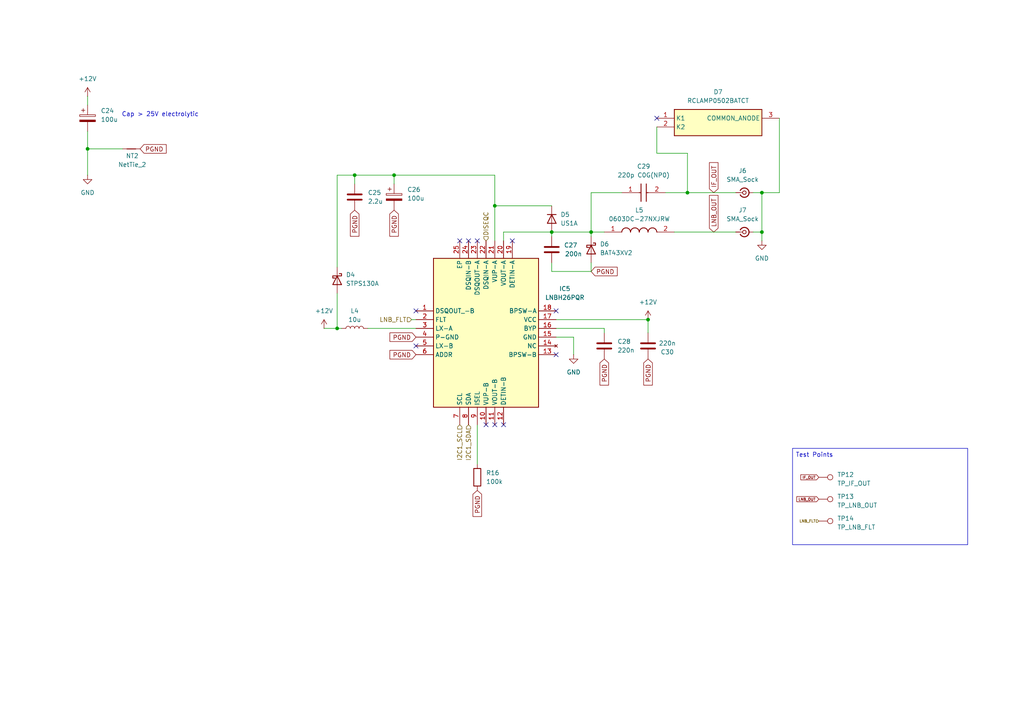
<source format=kicad_sch>
(kicad_sch
	(version 20250114)
	(generator "eeschema")
	(generator_version "9.0")
	(uuid "35df03f1-f8e9-43ff-8e74-ab19b2a98ebf")
	(paper "A4")
	(title_block
		(title "DiSEqc Motor Control")
		(company "M0DMF ")
	)
	(lib_symbols
		(symbol "Connector:TestPoint"
			(pin_numbers
				(hide yes)
			)
			(pin_names
				(offset 0.762)
				(hide yes)
			)
			(exclude_from_sim no)
			(in_bom yes)
			(on_board yes)
			(property "Reference" "TP"
				(at 0 6.858 0)
				(effects
					(font
						(size 1.27 1.27)
					)
				)
			)
			(property "Value" "TestPoint"
				(at 0 5.08 0)
				(effects
					(font
						(size 1.27 1.27)
					)
				)
			)
			(property "Footprint" ""
				(at 5.08 0 0)
				(effects
					(font
						(size 1.27 1.27)
					)
					(hide yes)
				)
			)
			(property "Datasheet" "~"
				(at 5.08 0 0)
				(effects
					(font
						(size 1.27 1.27)
					)
					(hide yes)
				)
			)
			(property "Description" "test point"
				(at 0 0 0)
				(effects
					(font
						(size 1.27 1.27)
					)
					(hide yes)
				)
			)
			(property "ki_keywords" "test point tp"
				(at 0 0 0)
				(effects
					(font
						(size 1.27 1.27)
					)
					(hide yes)
				)
			)
			(property "ki_fp_filters" "Pin* Test*"
				(at 0 0 0)
				(effects
					(font
						(size 1.27 1.27)
					)
					(hide yes)
				)
			)
			(symbol "TestPoint_0_1"
				(circle
					(center 0 3.302)
					(radius 0.762)
					(stroke
						(width 0)
						(type default)
					)
					(fill
						(type none)
					)
				)
			)
			(symbol "TestPoint_1_1"
				(pin passive line
					(at 0 0 90)
					(length 2.54)
					(name "1"
						(effects
							(font
								(size 1.27 1.27)
							)
						)
					)
					(number "1"
						(effects
							(font
								(size 1.27 1.27)
							)
						)
					)
				)
			)
			(embedded_fonts no)
		)
		(symbol "diseqc_cntrl:+12V"
			(power)
			(pin_numbers
				(hide yes)
			)
			(pin_names
				(offset 0)
				(hide yes)
			)
			(exclude_from_sim no)
			(in_bom yes)
			(on_board yes)
			(property "Reference" "#PWR"
				(at 0 -3.81 0)
				(effects
					(font
						(size 1.27 1.27)
					)
					(hide yes)
				)
			)
			(property "Value" "+12V"
				(at 0 3.556 0)
				(effects
					(font
						(size 1.27 1.27)
					)
				)
			)
			(property "Footprint" ""
				(at 0 0 0)
				(effects
					(font
						(size 1.27 1.27)
					)
					(hide yes)
				)
			)
			(property "Datasheet" ""
				(at 0 0 0)
				(effects
					(font
						(size 1.27 1.27)
					)
					(hide yes)
				)
			)
			(property "Description" "Power symbol creates a global label with name \"+12V\""
				(at 0 0 0)
				(effects
					(font
						(size 1.27 1.27)
					)
					(hide yes)
				)
			)
			(property "ki_keywords" "global power"
				(at 0 0 0)
				(effects
					(font
						(size 1.27 1.27)
					)
					(hide yes)
				)
			)
			(symbol "+12V_0_1"
				(polyline
					(pts
						(xy -0.762 1.27) (xy 0 2.54)
					)
					(stroke
						(width 0)
						(type default)
					)
					(fill
						(type none)
					)
				)
				(polyline
					(pts
						(xy 0 2.54) (xy 0.762 1.27)
					)
					(stroke
						(width 0)
						(type default)
					)
					(fill
						(type none)
					)
				)
				(polyline
					(pts
						(xy 0 0) (xy 0 2.54)
					)
					(stroke
						(width 0)
						(type default)
					)
					(fill
						(type none)
					)
				)
			)
			(symbol "+12V_1_1"
				(pin power_in line
					(at 0 0 90)
					(length 0)
					(name "~"
						(effects
							(font
								(size 1.27 1.27)
							)
						)
					)
					(number "1"
						(effects
							(font
								(size 1.27 1.27)
							)
						)
					)
				)
			)
			(embedded_fonts no)
		)
		(symbol "diseqc_cntrl:0603DC-27NXJRW"
			(pin_names
				(hide yes)
			)
			(exclude_from_sim no)
			(in_bom yes)
			(on_board yes)
			(property "Reference" "L"
				(at 16.51 6.35 0)
				(effects
					(font
						(size 1.27 1.27)
					)
					(justify left top)
				)
			)
			(property "Value" "0603DC-27NXJRW"
				(at 16.51 3.81 0)
				(effects
					(font
						(size 1.27 1.27)
					)
					(justify left top)
				)
			)
			(property "Footprint" "0603DC27NXJRW"
				(at 16.51 -96.19 0)
				(effects
					(font
						(size 1.27 1.27)
					)
					(justify left top)
					(hide yes)
				)
			)
			(property "Datasheet" "https://www.coilcraft.com/getmedia/f3d98f97-cbe2-41fa-b3a9-518f674e881e/0603dc.pdf"
				(at 16.51 -196.19 0)
				(effects
					(font
						(size 1.27 1.27)
					)
					(justify left top)
					(hide yes)
				)
			)
			(property "Description" "RF Inductors - SMD 0603 27nH 830mA 5% DCR=.116OhmsAEC-Q200"
				(at 0 0 0)
				(effects
					(font
						(size 1.27 1.27)
					)
					(hide yes)
				)
			)
			(property "Height" "0.89"
				(at 16.51 -396.19 0)
				(effects
					(font
						(size 1.27 1.27)
					)
					(justify left top)
					(hide yes)
				)
			)
			(property "Mouser Part Number" "994-0603DC-27NXJRW"
				(at 16.51 -496.19 0)
				(effects
					(font
						(size 1.27 1.27)
					)
					(justify left top)
					(hide yes)
				)
			)
			(property "Mouser Price/Stock" "https://www.mouser.co.uk/ProductDetail/Coilcraft/0603DC-27NXJRW?qs=KUoIvG%2F9IlbbAJ39XG5E5g%3D%3D"
				(at 16.51 -596.19 0)
				(effects
					(font
						(size 1.27 1.27)
					)
					(justify left top)
					(hide yes)
				)
			)
			(property "Manufacturer_Name" "COILCRAFT"
				(at 16.51 -696.19 0)
				(effects
					(font
						(size 1.27 1.27)
					)
					(justify left top)
					(hide yes)
				)
			)
			(property "Manufacturer_Part_Number" "0603DC-27NXJRW"
				(at 16.51 -796.19 0)
				(effects
					(font
						(size 1.27 1.27)
					)
					(justify left top)
					(hide yes)
				)
			)
			(symbol "0603DC-27NXJRW_1_1"
				(arc
					(start 5.08 0)
					(mid 6.35 1.219)
					(end 7.62 0)
					(stroke
						(width 0.254)
						(type default)
					)
					(fill
						(type none)
					)
				)
				(arc
					(start 7.62 0)
					(mid 8.89 1.219)
					(end 10.16 0)
					(stroke
						(width 0.254)
						(type default)
					)
					(fill
						(type none)
					)
				)
				(arc
					(start 10.16 0)
					(mid 11.43 1.219)
					(end 12.7 0)
					(stroke
						(width 0.254)
						(type default)
					)
					(fill
						(type none)
					)
				)
				(arc
					(start 12.7 0)
					(mid 13.97 1.219)
					(end 15.24 0)
					(stroke
						(width 0.254)
						(type default)
					)
					(fill
						(type none)
					)
				)
				(pin passive line
					(at 0 0 0)
					(length 5.08)
					(name "1"
						(effects
							(font
								(size 1.27 1.27)
							)
						)
					)
					(number "1"
						(effects
							(font
								(size 1.27 1.27)
							)
						)
					)
				)
				(pin passive line
					(at 20.32 0 180)
					(length 5.08)
					(name "2"
						(effects
							(font
								(size 1.27 1.27)
							)
						)
					)
					(number "2"
						(effects
							(font
								(size 1.27 1.27)
							)
						)
					)
				)
			)
			(embedded_fonts no)
		)
		(symbol "diseqc_cntrl:BAT43"
			(pin_numbers
				(hide yes)
			)
			(pin_names
				(offset 1.016)
				(hide yes)
			)
			(exclude_from_sim no)
			(in_bom yes)
			(on_board yes)
			(property "Reference" "D"
				(at 0 2.54 0)
				(effects
					(font
						(size 1.27 1.27)
					)
				)
			)
			(property "Value" "BAT43"
				(at 0 -2.54 0)
				(effects
					(font
						(size 1.27 1.27)
					)
				)
			)
			(property "Footprint" "Diode_THT:D_DO-35_SOD27_P7.62mm_Horizontal"
				(at 0 -4.445 0)
				(effects
					(font
						(size 1.27 1.27)
					)
					(hide yes)
				)
			)
			(property "Datasheet" "http://www.vishay.com/docs/85660/bat42.pdf"
				(at 0 0 0)
				(effects
					(font
						(size 1.27 1.27)
					)
					(hide yes)
				)
			)
			(property "Description" "30V 0.2A Small Signal Schottky Diode, DO-35"
				(at 0 0 0)
				(effects
					(font
						(size 1.27 1.27)
					)
					(hide yes)
				)
			)
			(property "ki_keywords" "diode Schottky"
				(at 0 0 0)
				(effects
					(font
						(size 1.27 1.27)
					)
					(hide yes)
				)
			)
			(property "ki_fp_filters" "D*DO?35*"
				(at 0 0 0)
				(effects
					(font
						(size 1.27 1.27)
					)
					(hide yes)
				)
			)
			(symbol "BAT43_0_1"
				(polyline
					(pts
						(xy -1.905 0.635) (xy -1.905 1.27) (xy -1.27 1.27) (xy -1.27 -1.27) (xy -0.635 -1.27) (xy -0.635 -0.635)
					)
					(stroke
						(width 0.254)
						(type default)
					)
					(fill
						(type none)
					)
				)
				(polyline
					(pts
						(xy 1.27 1.27) (xy 1.27 -1.27) (xy -1.27 0) (xy 1.27 1.27)
					)
					(stroke
						(width 0.254)
						(type default)
					)
					(fill
						(type none)
					)
				)
				(polyline
					(pts
						(xy 1.27 0) (xy -1.27 0)
					)
					(stroke
						(width 0)
						(type default)
					)
					(fill
						(type none)
					)
				)
			)
			(symbol "BAT43_1_1"
				(pin passive line
					(at -3.81 0 0)
					(length 2.54)
					(name "K"
						(effects
							(font
								(size 1.27 1.27)
							)
						)
					)
					(number "1"
						(effects
							(font
								(size 1.27 1.27)
							)
						)
					)
				)
				(pin passive line
					(at 3.81 0 180)
					(length 2.54)
					(name "A"
						(effects
							(font
								(size 1.27 1.27)
							)
						)
					)
					(number "2"
						(effects
							(font
								(size 1.27 1.27)
							)
						)
					)
				)
			)
			(embedded_fonts no)
		)
		(symbol "diseqc_cntrl:C"
			(pin_numbers
				(hide yes)
			)
			(pin_names
				(offset 0.254)
			)
			(exclude_from_sim no)
			(in_bom yes)
			(on_board yes)
			(property "Reference" "C"
				(at 0.635 2.54 0)
				(effects
					(font
						(size 1.27 1.27)
					)
					(justify left)
				)
			)
			(property "Value" "C"
				(at 0.635 -2.54 0)
				(effects
					(font
						(size 1.27 1.27)
					)
					(justify left)
				)
			)
			(property "Footprint" ""
				(at 0.9652 -3.81 0)
				(effects
					(font
						(size 1.27 1.27)
					)
					(hide yes)
				)
			)
			(property "Datasheet" "~"
				(at 0 0 0)
				(effects
					(font
						(size 1.27 1.27)
					)
					(hide yes)
				)
			)
			(property "Description" "Unpolarized capacitor"
				(at 0 0 0)
				(effects
					(font
						(size 1.27 1.27)
					)
					(hide yes)
				)
			)
			(property "ki_keywords" "cap capacitor"
				(at 0 0 0)
				(effects
					(font
						(size 1.27 1.27)
					)
					(hide yes)
				)
			)
			(property "ki_fp_filters" "C_*"
				(at 0 0 0)
				(effects
					(font
						(size 1.27 1.27)
					)
					(hide yes)
				)
			)
			(symbol "C_0_1"
				(polyline
					(pts
						(xy -2.032 0.762) (xy 2.032 0.762)
					)
					(stroke
						(width 0.508)
						(type default)
					)
					(fill
						(type none)
					)
				)
				(polyline
					(pts
						(xy -2.032 -0.762) (xy 2.032 -0.762)
					)
					(stroke
						(width 0.508)
						(type default)
					)
					(fill
						(type none)
					)
				)
			)
			(symbol "C_1_1"
				(pin passive line
					(at 0 3.81 270)
					(length 2.794)
					(name "~"
						(effects
							(font
								(size 1.27 1.27)
							)
						)
					)
					(number "1"
						(effects
							(font
								(size 1.27 1.27)
							)
						)
					)
				)
				(pin passive line
					(at 0 -3.81 90)
					(length 2.794)
					(name "~"
						(effects
							(font
								(size 1.27 1.27)
							)
						)
					)
					(number "2"
						(effects
							(font
								(size 1.27 1.27)
							)
						)
					)
				)
			)
			(embedded_fonts no)
		)
		(symbol "diseqc_cntrl:C_Polarized"
			(pin_numbers
				(hide yes)
			)
			(pin_names
				(offset 0.254)
			)
			(exclude_from_sim no)
			(in_bom yes)
			(on_board yes)
			(property "Reference" "C"
				(at 0.635 2.54 0)
				(effects
					(font
						(size 1.27 1.27)
					)
					(justify left)
				)
			)
			(property "Value" "C_Polarized"
				(at 0.635 -2.54 0)
				(effects
					(font
						(size 1.27 1.27)
					)
					(justify left)
				)
			)
			(property "Footprint" ""
				(at 0.9652 -3.81 0)
				(effects
					(font
						(size 1.27 1.27)
					)
					(hide yes)
				)
			)
			(property "Datasheet" "~"
				(at 0 0 0)
				(effects
					(font
						(size 1.27 1.27)
					)
					(hide yes)
				)
			)
			(property "Description" "Polarized capacitor"
				(at 0 0 0)
				(effects
					(font
						(size 1.27 1.27)
					)
					(hide yes)
				)
			)
			(property "ki_keywords" "cap capacitor"
				(at 0 0 0)
				(effects
					(font
						(size 1.27 1.27)
					)
					(hide yes)
				)
			)
			(property "ki_fp_filters" "CP_*"
				(at 0 0 0)
				(effects
					(font
						(size 1.27 1.27)
					)
					(hide yes)
				)
			)
			(symbol "C_Polarized_0_1"
				(rectangle
					(start -2.286 0.508)
					(end 2.286 1.016)
					(stroke
						(width 0)
						(type default)
					)
					(fill
						(type none)
					)
				)
				(polyline
					(pts
						(xy -1.778 2.286) (xy -0.762 2.286)
					)
					(stroke
						(width 0)
						(type default)
					)
					(fill
						(type none)
					)
				)
				(polyline
					(pts
						(xy -1.27 2.794) (xy -1.27 1.778)
					)
					(stroke
						(width 0)
						(type default)
					)
					(fill
						(type none)
					)
				)
				(rectangle
					(start 2.286 -0.508)
					(end -2.286 -1.016)
					(stroke
						(width 0)
						(type default)
					)
					(fill
						(type outline)
					)
				)
			)
			(symbol "C_Polarized_1_1"
				(pin passive line
					(at 0 3.81 270)
					(length 2.794)
					(name "~"
						(effects
							(font
								(size 1.27 1.27)
							)
						)
					)
					(number "1"
						(effects
							(font
								(size 1.27 1.27)
							)
						)
					)
				)
				(pin passive line
					(at 0 -3.81 90)
					(length 2.794)
					(name "~"
						(effects
							(font
								(size 1.27 1.27)
							)
						)
					)
					(number "2"
						(effects
							(font
								(size 1.27 1.27)
							)
						)
					)
				)
			)
			(embedded_fonts no)
		)
		(symbol "diseqc_cntrl:Conn_Coaxial_Small"
			(pin_numbers
				(hide yes)
			)
			(pin_names
				(offset 1.016)
				(hide yes)
			)
			(exclude_from_sim no)
			(in_bom yes)
			(on_board yes)
			(property "Reference" "J"
				(at 0.254 3.048 0)
				(effects
					(font
						(size 1.27 1.27)
					)
				)
			)
			(property "Value" "Conn_Coaxial_Small"
				(at 0 -3.81 0)
				(effects
					(font
						(size 1.27 1.27)
					)
				)
			)
			(property "Footprint" ""
				(at 0 0 0)
				(effects
					(font
						(size 1.27 1.27)
					)
					(hide yes)
				)
			)
			(property "Datasheet" "~"
				(at 0 0 0)
				(effects
					(font
						(size 1.27 1.27)
					)
					(hide yes)
				)
			)
			(property "Description" "small coaxial connector (BNC, SMA, SMB, SMC, Cinch/RCA, LEMO, ...)"
				(at 0 0 0)
				(effects
					(font
						(size 1.27 1.27)
					)
					(hide yes)
				)
			)
			(property "ki_keywords" "BNC SMA SMB SMC LEMO coaxial connector CINCH RCA MCX MMCX U.FL UMRF"
				(at 0 0 0)
				(effects
					(font
						(size 1.27 1.27)
					)
					(hide yes)
				)
			)
			(property "ki_fp_filters" "*BNC* *SMA* *SMB* *SMC* *Cinch* *LEMO* *UMRF* *MCX* *U.FL*"
				(at 0 0 0)
				(effects
					(font
						(size 1.27 1.27)
					)
					(hide yes)
				)
			)
			(symbol "Conn_Coaxial_Small_0_1"
				(polyline
					(pts
						(xy -2.54 0) (xy -0.508 0)
					)
					(stroke
						(width 0)
						(type default)
					)
					(fill
						(type none)
					)
				)
				(circle
					(center 0 0)
					(radius 0.508)
					(stroke
						(width 0.2032)
						(type default)
					)
					(fill
						(type none)
					)
				)
			)
			(symbol "Conn_Coaxial_Small_1_1"
				(arc
					(start 1.3484 0.0039)
					(mid 0.327 -1.308)
					(end -1.1916 -0.6311)
					(stroke
						(width 0.3048)
						(type default)
					)
					(fill
						(type none)
					)
				)
				(arc
					(start -1.1916 0.6311)
					(mid 0.327 1.3081)
					(end 1.3484 -0.0039)
					(stroke
						(width 0.3048)
						(type default)
					)
					(fill
						(type none)
					)
				)
				(pin passive line
					(at -2.54 0 0)
					(length 1.27)
					(name "In"
						(effects
							(font
								(size 1.27 1.27)
							)
						)
					)
					(number "1"
						(effects
							(font
								(size 1.27 1.27)
							)
						)
					)
				)
				(pin passive line
					(at 2.54 0 180)
					(length 1.27)
					(name "Ext"
						(effects
							(font
								(size 1.27 1.27)
							)
						)
					)
					(number "2"
						(effects
							(font
								(size 1.27 1.27)
							)
						)
					)
				)
			)
			(embedded_fonts no)
		)
		(symbol "diseqc_cntrl:D_Schottky"
			(pin_numbers
				(hide yes)
			)
			(pin_names
				(offset 1.016)
				(hide yes)
			)
			(exclude_from_sim no)
			(in_bom yes)
			(on_board yes)
			(property "Reference" "D"
				(at 0 2.54 0)
				(effects
					(font
						(size 1.27 1.27)
					)
				)
			)
			(property "Value" "D_Schottky"
				(at 0 -2.54 0)
				(effects
					(font
						(size 1.27 1.27)
					)
				)
			)
			(property "Footprint" ""
				(at 0 0 0)
				(effects
					(font
						(size 1.27 1.27)
					)
					(hide yes)
				)
			)
			(property "Datasheet" "~"
				(at 0 0 0)
				(effects
					(font
						(size 1.27 1.27)
					)
					(hide yes)
				)
			)
			(property "Description" "Schottky diode"
				(at 0 0 0)
				(effects
					(font
						(size 1.27 1.27)
					)
					(hide yes)
				)
			)
			(property "ki_keywords" "diode Schottky"
				(at 0 0 0)
				(effects
					(font
						(size 1.27 1.27)
					)
					(hide yes)
				)
			)
			(property "ki_fp_filters" "TO-???* *_Diode_* *SingleDiode* D_*"
				(at 0 0 0)
				(effects
					(font
						(size 1.27 1.27)
					)
					(hide yes)
				)
			)
			(symbol "D_Schottky_0_1"
				(polyline
					(pts
						(xy -1.905 0.635) (xy -1.905 1.27) (xy -1.27 1.27) (xy -1.27 -1.27) (xy -0.635 -1.27) (xy -0.635 -0.635)
					)
					(stroke
						(width 0.254)
						(type default)
					)
					(fill
						(type none)
					)
				)
				(polyline
					(pts
						(xy 1.27 1.27) (xy 1.27 -1.27) (xy -1.27 0) (xy 1.27 1.27)
					)
					(stroke
						(width 0.254)
						(type default)
					)
					(fill
						(type none)
					)
				)
				(polyline
					(pts
						(xy 1.27 0) (xy -1.27 0)
					)
					(stroke
						(width 0)
						(type default)
					)
					(fill
						(type none)
					)
				)
			)
			(symbol "D_Schottky_1_1"
				(pin passive line
					(at -3.81 0 0)
					(length 2.54)
					(name "K"
						(effects
							(font
								(size 1.27 1.27)
							)
						)
					)
					(number "1"
						(effects
							(font
								(size 1.27 1.27)
							)
						)
					)
				)
				(pin passive line
					(at 3.81 0 180)
					(length 2.54)
					(name "A"
						(effects
							(font
								(size 1.27 1.27)
							)
						)
					)
					(number "2"
						(effects
							(font
								(size 1.27 1.27)
							)
						)
					)
				)
			)
			(embedded_fonts no)
		)
		(symbol "diseqc_cntrl:GND"
			(power)
			(pin_numbers
				(hide yes)
			)
			(pin_names
				(offset 0)
				(hide yes)
			)
			(exclude_from_sim no)
			(in_bom yes)
			(on_board yes)
			(property "Reference" "#PWR"
				(at 0 -6.35 0)
				(effects
					(font
						(size 1.27 1.27)
					)
					(hide yes)
				)
			)
			(property "Value" "GND"
				(at 0 -3.81 0)
				(effects
					(font
						(size 1.27 1.27)
					)
				)
			)
			(property "Footprint" ""
				(at 0 0 0)
				(effects
					(font
						(size 1.27 1.27)
					)
					(hide yes)
				)
			)
			(property "Datasheet" ""
				(at 0 0 0)
				(effects
					(font
						(size 1.27 1.27)
					)
					(hide yes)
				)
			)
			(property "Description" "Power symbol creates a global label with name \"GND\" , ground"
				(at 0 0 0)
				(effects
					(font
						(size 1.27 1.27)
					)
					(hide yes)
				)
			)
			(property "ki_keywords" "global power"
				(at 0 0 0)
				(effects
					(font
						(size 1.27 1.27)
					)
					(hide yes)
				)
			)
			(symbol "GND_0_1"
				(polyline
					(pts
						(xy 0 0) (xy 0 -1.27) (xy 1.27 -1.27) (xy 0 -2.54) (xy -1.27 -1.27) (xy 0 -1.27)
					)
					(stroke
						(width 0)
						(type default)
					)
					(fill
						(type none)
					)
				)
			)
			(symbol "GND_1_1"
				(pin power_in line
					(at 0 0 270)
					(length 0)
					(name "~"
						(effects
							(font
								(size 1.27 1.27)
							)
						)
					)
					(number "1"
						(effects
							(font
								(size 1.27 1.27)
							)
						)
					)
				)
			)
			(embedded_fonts no)
		)
		(symbol "diseqc_cntrl:GRM1885C2A221JA01D"
			(pin_names
				(hide yes)
			)
			(exclude_from_sim no)
			(in_bom yes)
			(on_board yes)
			(property "Reference" "C"
				(at 8.89 6.35 0)
				(effects
					(font
						(size 1.27 1.27)
					)
					(justify left top)
				)
			)
			(property "Value" "GRM1885C2A221JA01D"
				(at 8.89 3.81 0)
				(effects
					(font
						(size 1.27 1.27)
					)
					(justify left top)
				)
			)
			(property "Footprint" "CAPC1608X90N"
				(at 8.89 -96.19 0)
				(effects
					(font
						(size 1.27 1.27)
					)
					(justify left top)
					(hide yes)
				)
			)
			(property "Datasheet" "https://componentsearchengine.com/Datasheets/1/GRM1885C2A221JA01D.pdf"
				(at 8.89 -196.19 0)
				(effects
					(font
						(size 1.27 1.27)
					)
					(justify left top)
					(hide yes)
				)
			)
			(property "Description" "Murata 0603 GRM 220pF Ceramic Multilayer Capacitor, 100 V dc, +125C, C0G Dielectric, +/-5%"
				(at 0 0 0)
				(effects
					(font
						(size 1.27 1.27)
					)
					(hide yes)
				)
			)
			(property "Height" "0.9"
				(at 8.89 -396.19 0)
				(effects
					(font
						(size 1.27 1.27)
					)
					(justify left top)
					(hide yes)
				)
			)
			(property "Mouser Part Number" "81-GRM185C2A221JA01D"
				(at 8.89 -496.19 0)
				(effects
					(font
						(size 1.27 1.27)
					)
					(justify left top)
					(hide yes)
				)
			)
			(property "Mouser Price/Stock" "http://www.mouser.com/Search/ProductDetail.aspx?qs=JTiRGPxRAe0hEoOUApikOg%3d%3d"
				(at 8.89 -596.19 0)
				(effects
					(font
						(size 1.27 1.27)
					)
					(justify left top)
					(hide yes)
				)
			)
			(property "Manufacturer_Name" "Murata Electronics"
				(at 8.89 -696.19 0)
				(effects
					(font
						(size 1.27 1.27)
					)
					(justify left top)
					(hide yes)
				)
			)
			(property "Manufacturer_Part_Number" "GRM1885C2A221JA01D"
				(at 8.89 -796.19 0)
				(effects
					(font
						(size 1.27 1.27)
					)
					(justify left top)
					(hide yes)
				)
			)
			(symbol "GRM1885C2A221JA01D_1_1"
				(polyline
					(pts
						(xy 5.08 0) (xy 5.588 0)
					)
					(stroke
						(width 0.254)
						(type default)
					)
					(fill
						(type none)
					)
				)
				(polyline
					(pts
						(xy 5.588 2.54) (xy 5.588 -2.54)
					)
					(stroke
						(width 0.254)
						(type default)
					)
					(fill
						(type none)
					)
				)
				(polyline
					(pts
						(xy 7.112 2.54) (xy 7.112 -2.54)
					)
					(stroke
						(width 0.254)
						(type default)
					)
					(fill
						(type none)
					)
				)
				(polyline
					(pts
						(xy 7.112 0) (xy 7.62 0)
					)
					(stroke
						(width 0.254)
						(type default)
					)
					(fill
						(type none)
					)
				)
				(pin passive line
					(at 0 0 0)
					(length 5.08)
					(name "1"
						(effects
							(font
								(size 1.27 1.27)
							)
						)
					)
					(number "1"
						(effects
							(font
								(size 1.27 1.27)
							)
						)
					)
				)
				(pin passive line
					(at 12.7 0 180)
					(length 5.08)
					(name "2"
						(effects
							(font
								(size 1.27 1.27)
							)
						)
					)
					(number "2"
						(effects
							(font
								(size 1.27 1.27)
							)
						)
					)
				)
			)
			(embedded_fonts no)
		)
		(symbol "diseqc_cntrl:L"
			(pin_numbers
				(hide yes)
			)
			(pin_names
				(offset 1.016)
				(hide yes)
			)
			(exclude_from_sim no)
			(in_bom yes)
			(on_board yes)
			(property "Reference" "L"
				(at -1.27 0 90)
				(effects
					(font
						(size 1.27 1.27)
					)
				)
			)
			(property "Value" "L"
				(at 1.905 0 90)
				(effects
					(font
						(size 1.27 1.27)
					)
				)
			)
			(property "Footprint" ""
				(at 0 0 0)
				(effects
					(font
						(size 1.27 1.27)
					)
					(hide yes)
				)
			)
			(property "Datasheet" "~"
				(at 0 0 0)
				(effects
					(font
						(size 1.27 1.27)
					)
					(hide yes)
				)
			)
			(property "Description" "Inductor"
				(at 0 0 0)
				(effects
					(font
						(size 1.27 1.27)
					)
					(hide yes)
				)
			)
			(property "ki_keywords" "inductor choke coil reactor magnetic"
				(at 0 0 0)
				(effects
					(font
						(size 1.27 1.27)
					)
					(hide yes)
				)
			)
			(property "ki_fp_filters" "Choke_* *Coil* Inductor_* L_*"
				(at 0 0 0)
				(effects
					(font
						(size 1.27 1.27)
					)
					(hide yes)
				)
			)
			(symbol "L_0_1"
				(arc
					(start 0 2.54)
					(mid 0.6323 1.905)
					(end 0 1.27)
					(stroke
						(width 0)
						(type default)
					)
					(fill
						(type none)
					)
				)
				(arc
					(start 0 1.27)
					(mid 0.6323 0.635)
					(end 0 0)
					(stroke
						(width 0)
						(type default)
					)
					(fill
						(type none)
					)
				)
				(arc
					(start 0 0)
					(mid 0.6323 -0.635)
					(end 0 -1.27)
					(stroke
						(width 0)
						(type default)
					)
					(fill
						(type none)
					)
				)
				(arc
					(start 0 -1.27)
					(mid 0.6323 -1.905)
					(end 0 -2.54)
					(stroke
						(width 0)
						(type default)
					)
					(fill
						(type none)
					)
				)
			)
			(symbol "L_1_1"
				(pin passive line
					(at 0 3.81 270)
					(length 1.27)
					(name "1"
						(effects
							(font
								(size 1.27 1.27)
							)
						)
					)
					(number "1"
						(effects
							(font
								(size 1.27 1.27)
							)
						)
					)
				)
				(pin passive line
					(at 0 -3.81 90)
					(length 1.27)
					(name "2"
						(effects
							(font
								(size 1.27 1.27)
							)
						)
					)
					(number "2"
						(effects
							(font
								(size 1.27 1.27)
							)
						)
					)
				)
			)
			(embedded_fonts no)
		)
		(symbol "diseqc_cntrl:LNBH26PQR"
			(exclude_from_sim no)
			(in_bom yes)
			(on_board yes)
			(property "Reference" "IC"
				(at 36.83 20.32 0)
				(effects
					(font
						(size 1.27 1.27)
					)
					(justify left top)
				)
			)
			(property "Value" "LNBH26PQR"
				(at 36.83 17.78 0)
				(effects
					(font
						(size 1.27 1.27)
					)
					(justify left top)
				)
			)
			(property "Footprint" "QFN50P400X400X100-25N-D"
				(at 36.83 -82.22 0)
				(effects
					(font
						(size 1.27 1.27)
					)
					(justify left top)
					(hide yes)
				)
			)
			(property "Datasheet" "https://www.st.com/resource/en/datasheet/lnbh26.pdf"
				(at 36.83 -182.22 0)
				(effects
					(font
						(size 1.27 1.27)
					)
					(justify left top)
					(hide yes)
				)
			)
			(property "Description" "Dual LNB supply and control IC with step-up and I&#178;C interface"
				(at 0 0 0)
				(effects
					(font
						(size 1.27 1.27)
					)
					(hide yes)
				)
			)
			(property "Height" "1"
				(at 36.83 -382.22 0)
				(effects
					(font
						(size 1.27 1.27)
					)
					(justify left top)
					(hide yes)
				)
			)
			(property "Manufacturer_Name" "STMicroelectronics"
				(at 36.83 -482.22 0)
				(effects
					(font
						(size 1.27 1.27)
					)
					(justify left top)
					(hide yes)
				)
			)
			(property "Manufacturer_Part_Number" "LNBH26PQR"
				(at 36.83 -582.22 0)
				(effects
					(font
						(size 1.27 1.27)
					)
					(justify left top)
					(hide yes)
				)
			)
			(property "Mouser Part Number" "511-LNBH26PQR"
				(at 36.83 -682.22 0)
				(effects
					(font
						(size 1.27 1.27)
					)
					(justify left top)
					(hide yes)
				)
			)
			(property "Mouser Price/Stock" "https://www.mouser.co.uk/ProductDetail/STMicroelectronics/LNBH26PQR?qs=aA7MvVR8Lz84HTM8gEw8IQ%3D%3D"
				(at 36.83 -782.22 0)
				(effects
					(font
						(size 1.27 1.27)
					)
					(justify left top)
					(hide yes)
				)
			)
			(property "Arrow Part Number" ""
				(at 36.83 -882.22 0)
				(effects
					(font
						(size 1.27 1.27)
					)
					(justify left top)
					(hide yes)
				)
			)
			(property "Arrow Price/Stock" ""
				(at 36.83 -982.22 0)
				(effects
					(font
						(size 1.27 1.27)
					)
					(justify left top)
					(hide yes)
				)
			)
			(symbol "LNBH26PQR_1_1"
				(rectangle
					(start 5.08 15.24)
					(end 35.56 -27.94)
					(stroke
						(width 0.254)
						(type default)
					)
					(fill
						(type background)
					)
				)
				(pin passive line
					(at 0 0 0)
					(length 5.08)
					(name "DSQOUT_-B"
						(effects
							(font
								(size 1.27 1.27)
							)
						)
					)
					(number "1"
						(effects
							(font
								(size 1.27 1.27)
							)
						)
					)
				)
				(pin passive line
					(at 0 -2.54 0)
					(length 5.08)
					(name "FLT"
						(effects
							(font
								(size 1.27 1.27)
							)
						)
					)
					(number "2"
						(effects
							(font
								(size 1.27 1.27)
							)
						)
					)
				)
				(pin passive line
					(at 0 -5.08 0)
					(length 5.08)
					(name "LX-A"
						(effects
							(font
								(size 1.27 1.27)
							)
						)
					)
					(number "3"
						(effects
							(font
								(size 1.27 1.27)
							)
						)
					)
				)
				(pin passive line
					(at 0 -7.62 0)
					(length 5.08)
					(name "P-GND"
						(effects
							(font
								(size 1.27 1.27)
							)
						)
					)
					(number "4"
						(effects
							(font
								(size 1.27 1.27)
							)
						)
					)
				)
				(pin passive line
					(at 0 -10.16 0)
					(length 5.08)
					(name "LX-B"
						(effects
							(font
								(size 1.27 1.27)
							)
						)
					)
					(number "5"
						(effects
							(font
								(size 1.27 1.27)
							)
						)
					)
				)
				(pin passive line
					(at 0 -12.7 0)
					(length 5.08)
					(name "ADDR"
						(effects
							(font
								(size 1.27 1.27)
							)
						)
					)
					(number "6"
						(effects
							(font
								(size 1.27 1.27)
							)
						)
					)
				)
				(pin passive line
					(at 12.7 20.32 270)
					(length 5.08)
					(name "EP"
						(effects
							(font
								(size 1.27 1.27)
							)
						)
					)
					(number "25"
						(effects
							(font
								(size 1.27 1.27)
							)
						)
					)
				)
				(pin passive line
					(at 12.7 -33.02 90)
					(length 5.08)
					(name "SCL"
						(effects
							(font
								(size 1.27 1.27)
							)
						)
					)
					(number "7"
						(effects
							(font
								(size 1.27 1.27)
							)
						)
					)
				)
				(pin passive line
					(at 15.24 20.32 270)
					(length 5.08)
					(name "DSQIN-B"
						(effects
							(font
								(size 1.27 1.27)
							)
						)
					)
					(number "24"
						(effects
							(font
								(size 1.27 1.27)
							)
						)
					)
				)
				(pin passive line
					(at 15.24 -33.02 90)
					(length 5.08)
					(name "SDA"
						(effects
							(font
								(size 1.27 1.27)
							)
						)
					)
					(number "8"
						(effects
							(font
								(size 1.27 1.27)
							)
						)
					)
				)
				(pin passive line
					(at 17.78 20.32 270)
					(length 5.08)
					(name "DSQOUT-A"
						(effects
							(font
								(size 1.27 1.27)
							)
						)
					)
					(number "23"
						(effects
							(font
								(size 1.27 1.27)
							)
						)
					)
				)
				(pin passive line
					(at 17.78 -33.02 90)
					(length 5.08)
					(name "ISEL"
						(effects
							(font
								(size 1.27 1.27)
							)
						)
					)
					(number "9"
						(effects
							(font
								(size 1.27 1.27)
							)
						)
					)
				)
				(pin passive line
					(at 20.32 20.32 270)
					(length 5.08)
					(name "DSQIN-A"
						(effects
							(font
								(size 1.27 1.27)
							)
						)
					)
					(number "22"
						(effects
							(font
								(size 1.27 1.27)
							)
						)
					)
				)
				(pin passive line
					(at 20.32 -33.02 90)
					(length 5.08)
					(name "VUP-B"
						(effects
							(font
								(size 1.27 1.27)
							)
						)
					)
					(number "10"
						(effects
							(font
								(size 1.27 1.27)
							)
						)
					)
				)
				(pin passive line
					(at 22.86 20.32 270)
					(length 5.08)
					(name "VUP-A"
						(effects
							(font
								(size 1.27 1.27)
							)
						)
					)
					(number "21"
						(effects
							(font
								(size 1.27 1.27)
							)
						)
					)
				)
				(pin passive line
					(at 22.86 -33.02 90)
					(length 5.08)
					(name "VOUT-B"
						(effects
							(font
								(size 1.27 1.27)
							)
						)
					)
					(number "11"
						(effects
							(font
								(size 1.27 1.27)
							)
						)
					)
				)
				(pin passive line
					(at 25.4 20.32 270)
					(length 5.08)
					(name "VOUT-A"
						(effects
							(font
								(size 1.27 1.27)
							)
						)
					)
					(number "20"
						(effects
							(font
								(size 1.27 1.27)
							)
						)
					)
				)
				(pin passive line
					(at 25.4 -33.02 90)
					(length 5.08)
					(name "DETIN-B"
						(effects
							(font
								(size 1.27 1.27)
							)
						)
					)
					(number "12"
						(effects
							(font
								(size 1.27 1.27)
							)
						)
					)
				)
				(pin passive line
					(at 27.94 20.32 270)
					(length 5.08)
					(name "DETIN-A"
						(effects
							(font
								(size 1.27 1.27)
							)
						)
					)
					(number "19"
						(effects
							(font
								(size 1.27 1.27)
							)
						)
					)
				)
				(pin passive line
					(at 40.64 0 180)
					(length 5.08)
					(name "BPSW-A"
						(effects
							(font
								(size 1.27 1.27)
							)
						)
					)
					(number "18"
						(effects
							(font
								(size 1.27 1.27)
							)
						)
					)
				)
				(pin passive line
					(at 40.64 -2.54 180)
					(length 5.08)
					(name "VCC"
						(effects
							(font
								(size 1.27 1.27)
							)
						)
					)
					(number "17"
						(effects
							(font
								(size 1.27 1.27)
							)
						)
					)
				)
				(pin passive line
					(at 40.64 -5.08 180)
					(length 5.08)
					(name "BYP"
						(effects
							(font
								(size 1.27 1.27)
							)
						)
					)
					(number "16"
						(effects
							(font
								(size 1.27 1.27)
							)
						)
					)
				)
				(pin passive line
					(at 40.64 -7.62 180)
					(length 5.08)
					(name "GND"
						(effects
							(font
								(size 1.27 1.27)
							)
						)
					)
					(number "15"
						(effects
							(font
								(size 1.27 1.27)
							)
						)
					)
				)
				(pin no_connect line
					(at 40.64 -10.16 180)
					(length 5.08)
					(name "NC"
						(effects
							(font
								(size 1.27 1.27)
							)
						)
					)
					(number "14"
						(effects
							(font
								(size 1.27 1.27)
							)
						)
					)
				)
				(pin passive line
					(at 40.64 -12.7 180)
					(length 5.08)
					(name "BPSW-B"
						(effects
							(font
								(size 1.27 1.27)
							)
						)
					)
					(number "13"
						(effects
							(font
								(size 1.27 1.27)
							)
						)
					)
				)
			)
			(embedded_fonts no)
		)
		(symbol "diseqc_cntrl:NetTie_2"
			(pin_numbers
				(hide yes)
			)
			(pin_names
				(offset 0)
				(hide yes)
			)
			(exclude_from_sim no)
			(in_bom no)
			(on_board yes)
			(property "Reference" "NT"
				(at 0 1.27 0)
				(effects
					(font
						(size 1.27 1.27)
					)
				)
			)
			(property "Value" "NetTie_2"
				(at 0 -1.27 0)
				(effects
					(font
						(size 1.27 1.27)
					)
				)
			)
			(property "Footprint" ""
				(at 0 0 0)
				(effects
					(font
						(size 1.27 1.27)
					)
					(hide yes)
				)
			)
			(property "Datasheet" "~"
				(at 0 0 0)
				(effects
					(font
						(size 1.27 1.27)
					)
					(hide yes)
				)
			)
			(property "Description" "Net tie, 2 pins"
				(at 0 0 0)
				(effects
					(font
						(size 1.27 1.27)
					)
					(hide yes)
				)
			)
			(property "ki_keywords" "net tie short"
				(at 0 0 0)
				(effects
					(font
						(size 1.27 1.27)
					)
					(hide yes)
				)
			)
			(property "ki_fp_filters" "Net*Tie*"
				(at 0 0 0)
				(effects
					(font
						(size 1.27 1.27)
					)
					(hide yes)
				)
			)
			(symbol "NetTie_2_0_1"
				(polyline
					(pts
						(xy -1.27 0) (xy 1.27 0)
					)
					(stroke
						(width 0.254)
						(type default)
					)
					(fill
						(type none)
					)
				)
			)
			(symbol "NetTie_2_1_1"
				(pin passive line
					(at -2.54 0 0)
					(length 2.54)
					(name "1"
						(effects
							(font
								(size 1.27 1.27)
							)
						)
					)
					(number "1"
						(effects
							(font
								(size 1.27 1.27)
							)
						)
					)
				)
				(pin passive line
					(at 2.54 0 180)
					(length 2.54)
					(name "2"
						(effects
							(font
								(size 1.27 1.27)
							)
						)
					)
					(number "2"
						(effects
							(font
								(size 1.27 1.27)
							)
						)
					)
				)
			)
			(embedded_fonts no)
		)
		(symbol "diseqc_cntrl:R"
			(pin_numbers
				(hide yes)
			)
			(pin_names
				(offset 0)
			)
			(exclude_from_sim no)
			(in_bom yes)
			(on_board yes)
			(property "Reference" "R"
				(at 2.032 0 90)
				(effects
					(font
						(size 1.27 1.27)
					)
				)
			)
			(property "Value" "R"
				(at 0 0 90)
				(effects
					(font
						(size 1.27 1.27)
					)
				)
			)
			(property "Footprint" ""
				(at -1.778 0 90)
				(effects
					(font
						(size 1.27 1.27)
					)
					(hide yes)
				)
			)
			(property "Datasheet" "~"
				(at 0 0 0)
				(effects
					(font
						(size 1.27 1.27)
					)
					(hide yes)
				)
			)
			(property "Description" "Resistor"
				(at 0 0 0)
				(effects
					(font
						(size 1.27 1.27)
					)
					(hide yes)
				)
			)
			(property "ki_keywords" "R res resistor"
				(at 0 0 0)
				(effects
					(font
						(size 1.27 1.27)
					)
					(hide yes)
				)
			)
			(property "ki_fp_filters" "R_*"
				(at 0 0 0)
				(effects
					(font
						(size 1.27 1.27)
					)
					(hide yes)
				)
			)
			(symbol "R_0_1"
				(rectangle
					(start -1.016 -2.54)
					(end 1.016 2.54)
					(stroke
						(width 0.254)
						(type default)
					)
					(fill
						(type none)
					)
				)
			)
			(symbol "R_1_1"
				(pin passive line
					(at 0 3.81 270)
					(length 1.27)
					(name "~"
						(effects
							(font
								(size 1.27 1.27)
							)
						)
					)
					(number "1"
						(effects
							(font
								(size 1.27 1.27)
							)
						)
					)
				)
				(pin passive line
					(at 0 -3.81 90)
					(length 1.27)
					(name "~"
						(effects
							(font
								(size 1.27 1.27)
							)
						)
					)
					(number "2"
						(effects
							(font
								(size 1.27 1.27)
							)
						)
					)
				)
			)
			(embedded_fonts no)
		)
		(symbol "diseqc_cntrl:RCLAMP0502BATCT"
			(exclude_from_sim no)
			(in_bom yes)
			(on_board yes)
			(property "Reference" "D"
				(at 31.75 7.62 0)
				(effects
					(font
						(size 1.27 1.27)
					)
					(justify left top)
				)
			)
			(property "Value" "RCLAMP0502BATCT"
				(at 31.75 5.08 0)
				(effects
					(font
						(size 1.27 1.27)
					)
					(justify left top)
				)
			)
			(property "Footprint" "SOT50P160X90-3N"
				(at 31.75 -94.92 0)
				(effects
					(font
						(size 1.27 1.27)
					)
					(justify left top)
					(hide yes)
				)
			)
			(property "Datasheet" "https://rs.componentsearchengine.com/Datasheets/1/RCLAMP0502BATCT.pdf"
				(at 31.75 -194.92 0)
				(effects
					(font
						(size 1.27 1.27)
					)
					(justify left top)
					(hide yes)
				)
			)
			(property "Description" "ESD Suppressors / TVS Diodes Low Capacitance ESD & CDE Protection"
				(at 0 0 0)
				(effects
					(font
						(size 1.27 1.27)
					)
					(hide yes)
				)
			)
			(property "Height" "0.9"
				(at 31.75 -394.92 0)
				(effects
					(font
						(size 1.27 1.27)
					)
					(justify left top)
					(hide yes)
				)
			)
			(property "Mouser Part Number" "947-RCLAMP0502BATCT"
				(at 31.75 -494.92 0)
				(effects
					(font
						(size 1.27 1.27)
					)
					(justify left top)
					(hide yes)
				)
			)
			(property "Mouser Price/Stock" "https://www.mouser.co.uk/ProductDetail/Semtech/RCLAMP0502BATCT?qs=rBWM4%252BvDhIc%2FZh6P%252BVApRQ%3D%3D"
				(at 31.75 -594.92 0)
				(effects
					(font
						(size 1.27 1.27)
					)
					(justify left top)
					(hide yes)
				)
			)
			(property "Manufacturer_Name" "SEMTECH"
				(at 31.75 -694.92 0)
				(effects
					(font
						(size 1.27 1.27)
					)
					(justify left top)
					(hide yes)
				)
			)
			(property "Manufacturer_Part_Number" "RCLAMP0502BATCT"
				(at 31.75 -794.92 0)
				(effects
					(font
						(size 1.27 1.27)
					)
					(justify left top)
					(hide yes)
				)
			)
			(symbol "RCLAMP0502BATCT_1_1"
				(rectangle
					(start 5.08 2.54)
					(end 30.48 -5.08)
					(stroke
						(width 0.254)
						(type default)
					)
					(fill
						(type background)
					)
				)
				(pin passive line
					(at 0 0 0)
					(length 5.08)
					(name "K1"
						(effects
							(font
								(size 1.27 1.27)
							)
						)
					)
					(number "1"
						(effects
							(font
								(size 1.27 1.27)
							)
						)
					)
				)
				(pin passive line
					(at 0 -2.54 0)
					(length 5.08)
					(name "K2"
						(effects
							(font
								(size 1.27 1.27)
							)
						)
					)
					(number "2"
						(effects
							(font
								(size 1.27 1.27)
							)
						)
					)
				)
				(pin passive line
					(at 35.56 0 180)
					(length 5.08)
					(name "COMMON_ANODE"
						(effects
							(font
								(size 1.27 1.27)
							)
						)
					)
					(number "3"
						(effects
							(font
								(size 1.27 1.27)
							)
						)
					)
				)
			)
			(embedded_fonts no)
		)
		(symbol "diseqc_cntrl:US1A"
			(pin_numbers
				(hide yes)
			)
			(pin_names
				(hide yes)
			)
			(exclude_from_sim no)
			(in_bom yes)
			(on_board yes)
			(property "Reference" "D"
				(at 0 2.54 0)
				(effects
					(font
						(size 1.27 1.27)
					)
				)
			)
			(property "Value" "US1A"
				(at 0 -2.54 0)
				(effects
					(font
						(size 1.27 1.27)
					)
				)
			)
			(property "Footprint" "Diode_SMD:D_SMA"
				(at 0 -4.445 0)
				(effects
					(font
						(size 1.27 1.27)
					)
					(hide yes)
				)
			)
			(property "Datasheet" "https://www.diodes.com/assets/Datasheets/ds16008.pdf"
				(at 0 0 0)
				(effects
					(font
						(size 1.27 1.27)
					)
					(hide yes)
				)
			)
			(property "Description" "50V, 1A, General Purpose Rectifier Diode, SMA(DO-214AC)"
				(at 0 0 0)
				(effects
					(font
						(size 1.27 1.27)
					)
					(hide yes)
				)
			)
			(property "Sim.Device" "D"
				(at 0 0 0)
				(effects
					(font
						(size 1.27 1.27)
					)
					(hide yes)
				)
			)
			(property "Sim.Pins" "1=K 2=A"
				(at 0 0 0)
				(effects
					(font
						(size 1.27 1.27)
					)
					(hide yes)
				)
			)
			(property "ki_keywords" "Ultra Fast"
				(at 0 0 0)
				(effects
					(font
						(size 1.27 1.27)
					)
					(hide yes)
				)
			)
			(property "ki_fp_filters" "D*SMA*"
				(at 0 0 0)
				(effects
					(font
						(size 1.27 1.27)
					)
					(hide yes)
				)
			)
			(symbol "US1A_0_1"
				(polyline
					(pts
						(xy -1.27 1.27) (xy -1.27 -1.27)
					)
					(stroke
						(width 0.254)
						(type default)
					)
					(fill
						(type none)
					)
				)
				(polyline
					(pts
						(xy 1.27 1.27) (xy 1.27 -1.27) (xy -1.27 0) (xy 1.27 1.27)
					)
					(stroke
						(width 0.254)
						(type default)
					)
					(fill
						(type none)
					)
				)
				(polyline
					(pts
						(xy 1.27 0) (xy -1.27 0)
					)
					(stroke
						(width 0)
						(type default)
					)
					(fill
						(type none)
					)
				)
			)
			(symbol "US1A_1_1"
				(pin passive line
					(at -3.81 0 0)
					(length 2.54)
					(name "K"
						(effects
							(font
								(size 1.27 1.27)
							)
						)
					)
					(number "1"
						(effects
							(font
								(size 1.27 1.27)
							)
						)
					)
				)
				(pin passive line
					(at 3.81 0 180)
					(length 2.54)
					(name "A"
						(effects
							(font
								(size 1.27 1.27)
							)
						)
					)
					(number "2"
						(effects
							(font
								(size 1.27 1.27)
							)
						)
					)
				)
			)
			(embedded_fonts no)
		)
	)
	(rectangle
		(start 229.87 130.048)
		(end 280.67 157.988)
		(stroke
			(width 0)
			(type default)
		)
		(fill
			(type none)
		)
		(uuid 155531c3-5e95-4c0d-bbb0-de3ba0672948)
	)
	(text "Cap > 25V electrolytic"
		(exclude_from_sim no)
		(at 46.482 33.274 0)
		(effects
			(font
				(size 1.27 1.27)
			)
		)
		(uuid "6b8cf2d3-4b05-488a-92c5-0de9dc0504d4")
	)
	(text "Test Points"
		(exclude_from_sim no)
		(at 236.22 132.08 0)
		(effects
			(font
				(size 1.27 1.27)
			)
		)
		(uuid "c88820bf-8ded-4aff-b696-8b29380780ef")
	)
	(junction
		(at 199.39 55.88)
		(diameter 0)
		(color 0 0 0 0)
		(uuid "20c2c288-c37e-45f1-b660-fc8916d91c60")
	)
	(junction
		(at 220.98 55.88)
		(diameter 0)
		(color 0 0 0 0)
		(uuid "43356baf-5f53-46f5-887e-76da6b96a39f")
	)
	(junction
		(at 143.51 59.69)
		(diameter 0)
		(color 0 0 0 0)
		(uuid "514fe6a2-6a0d-472a-aac9-8dcf94e41bf7")
	)
	(junction
		(at 102.87 50.8)
		(diameter 0)
		(color 0 0 0 0)
		(uuid "5488bec8-31b1-4c8b-ae80-9bcbbb06ff23")
	)
	(junction
		(at 220.98 67.31)
		(diameter 0)
		(color 0 0 0 0)
		(uuid "985ad8fa-44b9-47a1-b973-090de1ce5e50")
	)
	(junction
		(at 97.79 95.25)
		(diameter 0)
		(color 0 0 0 0)
		(uuid "9b170a6a-6e75-4f70-a7f9-b3fa6703d5ab")
	)
	(junction
		(at 160.02 67.31)
		(diameter 0)
		(color 0 0 0 0)
		(uuid "9f209e76-6b87-4861-931e-c92bdaf9fe8c")
	)
	(junction
		(at 114.3 50.8)
		(diameter 0)
		(color 0 0 0 0)
		(uuid "a39f50b9-5749-4ac3-bff5-b3a378009fec")
	)
	(junction
		(at 187.96 92.71)
		(diameter 0)
		(color 0 0 0 0)
		(uuid "df6c3df2-bd9f-49fa-99a0-7b8df5a8a5b5")
	)
	(junction
		(at 25.4 43.18)
		(diameter 0)
		(color 0 0 0 0)
		(uuid "dfb30653-47ec-48db-8569-439662f44736")
	)
	(junction
		(at 171.45 67.31)
		(diameter 0)
		(color 0 0 0 0)
		(uuid "ef3f01a9-aa27-40e3-8d03-dfb51caad55f")
	)
	(no_connect
		(at 143.51 123.19)
		(uuid "0af2c2f5-46f0-40c0-86a1-0c04d12ef4bb")
	)
	(no_connect
		(at 161.29 102.87)
		(uuid "4958b24e-f570-491d-94ee-9774b116f6d7")
	)
	(no_connect
		(at 120.65 90.17)
		(uuid "5d70af07-472a-4be5-8350-2c3c058426e8")
	)
	(no_connect
		(at 133.35 69.85)
		(uuid "7ed633cf-3b8a-4dc1-90af-defe6204de60")
	)
	(no_connect
		(at 120.65 100.33)
		(uuid "83fd1170-14b8-4251-b98a-5f6f4eeb233f")
	)
	(no_connect
		(at 190.5 34.29)
		(uuid "921597b6-e852-4fa8-bc76-45d504d4200c")
	)
	(no_connect
		(at 148.59 69.85)
		(uuid "936009b4-9799-4f1c-aa1e-b0f36dcdf03a")
	)
	(no_connect
		(at 135.89 69.85)
		(uuid "a7f23dc1-aab6-4be2-a198-996b33f26985")
	)
	(no_connect
		(at 146.05 123.19)
		(uuid "a9da0f5d-7488-47aa-b72d-2db11a15d667")
	)
	(no_connect
		(at 161.29 90.17)
		(uuid "b2cedbf4-a4ef-482a-bd2f-d5951f7d4171")
	)
	(no_connect
		(at 138.43 69.85)
		(uuid "dd53b01c-90c1-4fea-a847-0ae5fab2b7c4")
	)
	(no_connect
		(at 140.97 123.19)
		(uuid "deef471a-c077-4d75-b16e-125a690f035a")
	)
	(wire
		(pts
			(xy 146.05 67.31) (xy 160.02 67.31)
		)
		(stroke
			(width 0)
			(type default)
		)
		(uuid "070e31cc-3a7f-441c-abdb-29ecf5185b93")
	)
	(wire
		(pts
			(xy 160.02 67.31) (xy 171.45 67.31)
		)
		(stroke
			(width 0)
			(type default)
		)
		(uuid "0eb5d0ef-a37f-4b50-9553-a3202bcb793f")
	)
	(wire
		(pts
			(xy 97.79 50.8) (xy 102.87 50.8)
		)
		(stroke
			(width 0)
			(type default)
		)
		(uuid "156d1e8a-f833-47c2-b331-45d366c681cf")
	)
	(wire
		(pts
			(xy 160.02 67.31) (xy 160.02 68.58)
		)
		(stroke
			(width 0)
			(type default)
		)
		(uuid "18fbe45e-f3ee-46f2-b0e4-987cc130e962")
	)
	(wire
		(pts
			(xy 106.68 95.25) (xy 120.65 95.25)
		)
		(stroke
			(width 0)
			(type default)
		)
		(uuid "1ec6dcc2-cdcf-4f82-87e2-96bc7641ae02")
	)
	(wire
		(pts
			(xy 102.87 50.8) (xy 102.87 53.34)
		)
		(stroke
			(width 0)
			(type default)
		)
		(uuid "21422ce6-934e-43d7-abe3-f822ff71088e")
	)
	(wire
		(pts
			(xy 25.4 38.1) (xy 25.4 43.18)
		)
		(stroke
			(width 0)
			(type default)
		)
		(uuid "2bcf32e4-e83b-4e10-8e4b-21af7700c607")
	)
	(wire
		(pts
			(xy 161.29 97.79) (xy 166.37 97.79)
		)
		(stroke
			(width 0)
			(type default)
		)
		(uuid "36864bcf-9907-455d-800b-6f98ff87c193")
	)
	(wire
		(pts
			(xy 25.4 27.94) (xy 25.4 30.48)
		)
		(stroke
			(width 0)
			(type default)
		)
		(uuid "3701826c-a424-4b52-9d4f-79e0c2183bcd")
	)
	(wire
		(pts
			(xy 187.96 92.71) (xy 187.96 96.52)
		)
		(stroke
			(width 0)
			(type default)
		)
		(uuid "3aef045b-67e9-4259-9af7-6deef87cd0ab")
	)
	(wire
		(pts
			(xy 146.05 69.85) (xy 146.05 67.31)
		)
		(stroke
			(width 0)
			(type default)
		)
		(uuid "3b0a9c0b-7221-4224-9ebe-84c0e204b0ad")
	)
	(wire
		(pts
			(xy 25.4 43.18) (xy 25.4 50.8)
		)
		(stroke
			(width 0)
			(type default)
		)
		(uuid "3b13eff6-2c29-4990-997a-932b372c8c32")
	)
	(wire
		(pts
			(xy 220.98 67.31) (xy 220.98 69.85)
		)
		(stroke
			(width 0)
			(type default)
		)
		(uuid "3b3d5445-787f-402d-a010-4f9d5b40de1d")
	)
	(wire
		(pts
			(xy 161.29 95.25) (xy 175.26 95.25)
		)
		(stroke
			(width 0)
			(type default)
		)
		(uuid "46998eff-ff74-43e7-8cdc-740a090914ee")
	)
	(wire
		(pts
			(xy 218.44 67.31) (xy 220.98 67.31)
		)
		(stroke
			(width 0)
			(type default)
		)
		(uuid "4d27f37c-a71c-4c6e-a5fb-d5def645c0d2")
	)
	(wire
		(pts
			(xy 195.58 67.31) (xy 213.36 67.31)
		)
		(stroke
			(width 0)
			(type default)
		)
		(uuid "4ed3306e-feaf-4c00-8bec-d66ca1770051")
	)
	(wire
		(pts
			(xy 190.5 36.83) (xy 190.5 44.45)
		)
		(stroke
			(width 0)
			(type default)
		)
		(uuid "57821045-e1c7-4c1c-9f43-cf8178fa3cdb")
	)
	(wire
		(pts
			(xy 143.51 59.69) (xy 160.02 59.69)
		)
		(stroke
			(width 0)
			(type default)
		)
		(uuid "61223a4f-e4d7-4dcc-bc42-d25e91c21277")
	)
	(wire
		(pts
			(xy 93.98 95.25) (xy 97.79 95.25)
		)
		(stroke
			(width 0)
			(type default)
		)
		(uuid "62f2dab9-b45e-4857-8f78-dd1d58a2847d")
	)
	(wire
		(pts
			(xy 171.45 55.88) (xy 171.45 67.31)
		)
		(stroke
			(width 0)
			(type default)
		)
		(uuid "6716fe36-9adf-4628-b32e-06dc873d40cf")
	)
	(wire
		(pts
			(xy 190.5 44.45) (xy 199.39 44.45)
		)
		(stroke
			(width 0)
			(type default)
		)
		(uuid "6a1e45b7-692a-41e1-bd87-bd4cba99f46c")
	)
	(wire
		(pts
			(xy 161.29 92.71) (xy 187.96 92.71)
		)
		(stroke
			(width 0)
			(type default)
		)
		(uuid "6ed7617e-8dee-4507-887c-3c4fcf58ecd4")
	)
	(wire
		(pts
			(xy 166.37 97.79) (xy 166.37 102.87)
		)
		(stroke
			(width 0)
			(type default)
		)
		(uuid "729d552c-09b8-4b9d-8dd2-78fe5a888825")
	)
	(wire
		(pts
			(xy 143.51 59.69) (xy 143.51 69.85)
		)
		(stroke
			(width 0)
			(type default)
		)
		(uuid "7341609b-f5eb-45b2-b127-841937c02491")
	)
	(wire
		(pts
			(xy 193.04 55.88) (xy 199.39 55.88)
		)
		(stroke
			(width 0)
			(type default)
		)
		(uuid "781518d8-00d0-4f19-bbcb-afe869de5d8f")
	)
	(wire
		(pts
			(xy 175.26 95.25) (xy 175.26 96.52)
		)
		(stroke
			(width 0)
			(type default)
		)
		(uuid "8187677d-a910-4348-b2e4-9bb59d5036b3")
	)
	(wire
		(pts
			(xy 143.51 50.8) (xy 143.51 59.69)
		)
		(stroke
			(width 0)
			(type default)
		)
		(uuid "83ad4fd1-28e6-4379-b800-929b9adf1f4e")
	)
	(wire
		(pts
			(xy 226.06 55.88) (xy 220.98 55.88)
		)
		(stroke
			(width 0)
			(type default)
		)
		(uuid "84bb0901-0b53-48db-bf79-00e02f73c9f9")
	)
	(wire
		(pts
			(xy 171.45 67.31) (xy 175.26 67.31)
		)
		(stroke
			(width 0)
			(type default)
		)
		(uuid "88bfc177-51b0-4d55-8617-449187fd244a")
	)
	(wire
		(pts
			(xy 171.45 67.31) (xy 171.45 68.58)
		)
		(stroke
			(width 0)
			(type default)
		)
		(uuid "8c33fdc8-909d-44bb-a3fd-979e3691af55")
	)
	(wire
		(pts
			(xy 180.34 55.88) (xy 171.45 55.88)
		)
		(stroke
			(width 0)
			(type default)
		)
		(uuid "91b54b50-1326-4f89-833e-4a08416c0161")
	)
	(wire
		(pts
			(xy 199.39 55.88) (xy 213.36 55.88)
		)
		(stroke
			(width 0)
			(type default)
		)
		(uuid "928d2bef-e960-407a-8661-daddb3928f10")
	)
	(wire
		(pts
			(xy 102.87 50.8) (xy 114.3 50.8)
		)
		(stroke
			(width 0)
			(type default)
		)
		(uuid "9a1bfa17-4a48-4142-af58-8621279d1e9d")
	)
	(wire
		(pts
			(xy 97.79 77.47) (xy 97.79 50.8)
		)
		(stroke
			(width 0)
			(type default)
		)
		(uuid "a1ce87d6-e8f9-498d-abdc-885d4f1ef083")
	)
	(wire
		(pts
			(xy 119.38 92.71) (xy 120.65 92.71)
		)
		(stroke
			(width 0)
			(type default)
		)
		(uuid "a5bbcf55-cea1-43d8-be82-3b01c716dfdb")
	)
	(wire
		(pts
			(xy 114.3 50.8) (xy 114.3 53.34)
		)
		(stroke
			(width 0)
			(type default)
		)
		(uuid "ac4dd52a-f54f-4fe7-825c-511e45d9c246")
	)
	(wire
		(pts
			(xy 114.3 50.8) (xy 143.51 50.8)
		)
		(stroke
			(width 0)
			(type default)
		)
		(uuid "b309668d-f377-4cf0-8c31-509fb5d846d7")
	)
	(wire
		(pts
			(xy 226.06 34.29) (xy 226.06 55.88)
		)
		(stroke
			(width 0)
			(type default)
		)
		(uuid "c02d84fa-8e52-4ba6-b67c-b7b4c2a86bf0")
	)
	(wire
		(pts
			(xy 171.45 76.2) (xy 171.45 78.74)
		)
		(stroke
			(width 0)
			(type default)
		)
		(uuid "c61a7917-cb18-4564-9d20-76a7987ccbec")
	)
	(wire
		(pts
			(xy 138.43 123.19) (xy 138.43 134.62)
		)
		(stroke
			(width 0)
			(type default)
		)
		(uuid "d13d9a9e-cf00-4b2e-b9ad-35edc613ad70")
	)
	(wire
		(pts
			(xy 97.79 85.09) (xy 97.79 95.25)
		)
		(stroke
			(width 0)
			(type default)
		)
		(uuid "d4e43edc-4153-4ad4-b31d-c17645deb4cb")
	)
	(wire
		(pts
			(xy 97.79 95.25) (xy 99.06 95.25)
		)
		(stroke
			(width 0)
			(type default)
		)
		(uuid "d9b3c389-ed0c-4e6c-b25e-64730f3c5e87")
	)
	(wire
		(pts
			(xy 160.02 76.2) (xy 160.02 78.74)
		)
		(stroke
			(width 0)
			(type default)
		)
		(uuid "e41f4e3c-4e37-409c-b62d-dc01ef4d1f71")
	)
	(wire
		(pts
			(xy 218.44 55.88) (xy 220.98 55.88)
		)
		(stroke
			(width 0)
			(type default)
		)
		(uuid "e467ebcf-f918-4cad-b0f8-6c0f6d2aedb2")
	)
	(wire
		(pts
			(xy 25.4 43.18) (xy 35.56 43.18)
		)
		(stroke
			(width 0)
			(type default)
		)
		(uuid "f5d65e56-fdd9-482b-a276-8433f42e18f6")
	)
	(wire
		(pts
			(xy 171.45 78.74) (xy 160.02 78.74)
		)
		(stroke
			(width 0)
			(type default)
		)
		(uuid "fa4aeec3-d4a7-4a06-b8fd-eb8074d08d4d")
	)
	(wire
		(pts
			(xy 199.39 44.45) (xy 199.39 55.88)
		)
		(stroke
			(width 0)
			(type default)
		)
		(uuid "fbc026bf-c779-4e55-9127-3743609cee91")
	)
	(wire
		(pts
			(xy 220.98 55.88) (xy 220.98 67.31)
		)
		(stroke
			(width 0)
			(type default)
		)
		(uuid "fe751a9e-7f53-4c12-b9b1-f355d7c871b4")
	)
	(global_label "PGND"
		(shape input)
		(at 187.96 104.14 270)
		(fields_autoplaced yes)
		(effects
			(font
				(size 1.27 1.27)
			)
			(justify right)
		)
		(uuid "25e637af-ca24-4955-871f-e48ebd58f4ac")
		(property "Intersheetrefs" "${INTERSHEET_REFS}"
			(at 187.96 111.6115 90)
			(effects
				(font
					(size 1.27 1.27)
				)
				(justify right)
				(hide yes)
			)
		)
	)
	(global_label "PGND"
		(shape input)
		(at 120.65 97.79 180)
		(fields_autoplaced yes)
		(effects
			(font
				(size 1.27 1.27)
			)
			(justify right)
		)
		(uuid "25ef1968-5a3f-4284-a1f9-2cda841fc5d7")
		(property "Intersheetrefs" "${INTERSHEET_REFS}"
			(at 113.1785 97.79 0)
			(effects
				(font
					(size 1.27 1.27)
				)
				(justify right)
				(hide yes)
			)
		)
	)
	(global_label "PGND"
		(shape input)
		(at 40.64 43.18 0)
		(fields_autoplaced yes)
		(effects
			(font
				(size 1.27 1.27)
			)
			(justify left)
		)
		(uuid "37df39ed-ec7d-4b05-b6dc-9fa47d76479d")
		(property "Intersheetrefs" "${INTERSHEET_REFS}"
			(at 48.1115 43.18 0)
			(effects
				(font
					(size 1.27 1.27)
				)
				(justify left)
				(hide yes)
			)
		)
	)
	(global_label "PGND"
		(shape input)
		(at 175.26 104.14 270)
		(fields_autoplaced yes)
		(effects
			(font
				(size 1.27 1.27)
			)
			(justify right)
		)
		(uuid "47f0e22d-f2fc-49f0-b840-ff2c34866943")
		(property "Intersheetrefs" "${INTERSHEET_REFS}"
			(at 175.26 111.6115 90)
			(effects
				(font
					(size 1.27 1.27)
				)
				(justify right)
				(hide yes)
			)
		)
	)
	(global_label "IF_OUT"
		(shape input)
		(at 207.01 55.88 90)
		(fields_autoplaced yes)
		(effects
			(font
				(size 1.27 1.27)
			)
			(justify left)
		)
		(uuid "57e64c45-9997-4de4-8a54-f2d0640d645a")
		(property "Intersheetrefs" "${INTERSHEET_REFS}"
			(at 207.01 47.2594 90)
			(effects
				(font
					(size 1.27 1.27)
				)
				(justify left)
				(hide yes)
			)
		)
	)
	(global_label "PGND"
		(shape input)
		(at 138.43 142.24 270)
		(fields_autoplaced yes)
		(effects
			(font
				(size 1.27 1.27)
			)
			(justify right)
		)
		(uuid "58ceabd6-6767-42c8-8689-ff8853ad50ce")
		(property "Intersheetrefs" "${INTERSHEET_REFS}"
			(at 138.43 149.7115 90)
			(effects
				(font
					(size 1.27 1.27)
				)
				(justify right)
				(hide yes)
			)
		)
	)
	(global_label "LNB_OUT"
		(shape input)
		(at 207.01 67.31 90)
		(fields_autoplaced yes)
		(effects
			(font
				(size 1.27 1.27)
			)
			(justify left)
		)
		(uuid "610313f0-1005-4452-beec-40f0739bc1b3")
		(property "Intersheetrefs" "${INTERSHEET_REFS}"
			(at 207.01 56.7542 90)
			(effects
				(font
					(size 1.27 1.27)
				)
				(justify left)
				(hide yes)
			)
		)
	)
	(global_label "PGND"
		(shape input)
		(at 102.87 60.96 270)
		(fields_autoplaced yes)
		(effects
			(font
				(size 1.27 1.27)
			)
			(justify right)
		)
		(uuid "66e9dd3b-60a1-4c62-b689-3f5007212999")
		(property "Intersheetrefs" "${INTERSHEET_REFS}"
			(at 102.87 68.4315 90)
			(effects
				(font
					(size 1.27 1.27)
				)
				(justify right)
				(hide yes)
			)
		)
	)
	(global_label "PGND"
		(shape input)
		(at 171.45 78.74 0)
		(fields_autoplaced yes)
		(effects
			(font
				(size 1.27 1.27)
			)
			(justify left)
		)
		(uuid "74c5cb9a-a361-4787-97b2-0b2d9cf5452b")
		(property "Intersheetrefs" "${INTERSHEET_REFS}"
			(at 178.9215 78.74 0)
			(effects
				(font
					(size 1.27 1.27)
				)
				(justify left)
				(hide yes)
			)
		)
	)
	(global_label "PGND"
		(shape input)
		(at 120.65 102.87 180)
		(fields_autoplaced yes)
		(effects
			(font
				(size 1.27 1.27)
			)
			(justify right)
		)
		(uuid "8462fabc-d41f-46b9-bfd0-9373e5048a7e")
		(property "Intersheetrefs" "${INTERSHEET_REFS}"
			(at 113.1785 102.87 0)
			(effects
				(font
					(size 1.27 1.27)
				)
				(justify right)
				(hide yes)
			)
		)
	)
	(global_label "LNB_OUT"
		(shape input)
		(at 237.49 144.78 180)
		(fields_autoplaced yes)
		(effects
			(font
				(size 0.762 0.762)
			)
			(justify right)
		)
		(uuid "91022326-179a-4772-bb5d-b74e86c46991")
		(property "Intersheetrefs" "${INTERSHEET_REFS}"
			(at 231.1561 144.78 0)
			(effects
				(font
					(size 1.27 1.27)
				)
				(justify right)
				(hide yes)
			)
		)
	)
	(global_label "IF_OUT"
		(shape input)
		(at 237.49 138.43 180)
		(fields_autoplaced yes)
		(effects
			(font
				(size 0.762 0.762)
			)
			(justify right)
		)
		(uuid "9cafc540-6da2-4cd4-afd3-6ed0e0af9a45")
		(property "Intersheetrefs" "${INTERSHEET_REFS}"
			(at 232.3173 138.43 0)
			(effects
				(font
					(size 1.27 1.27)
				)
				(justify right)
				(hide yes)
			)
		)
	)
	(global_label "PGND"
		(shape input)
		(at 114.3 60.96 270)
		(fields_autoplaced yes)
		(effects
			(font
				(size 1.27 1.27)
			)
			(justify right)
		)
		(uuid "cc863bfa-0a68-45c5-9032-c26db250185d")
		(property "Intersheetrefs" "${INTERSHEET_REFS}"
			(at 114.3 68.4315 90)
			(effects
				(font
					(size 1.27 1.27)
				)
				(justify right)
				(hide yes)
			)
		)
	)
	(hierarchical_label "LNB_FLT"
		(shape input)
		(at 119.38 92.71 180)
		(effects
			(font
				(size 1.27 1.27)
			)
			(justify right)
		)
		(uuid "69f84447-4608-46fc-9d48-e0fe57bd6b55")
	)
	(hierarchical_label "DISEQC"
		(shape input)
		(at 140.97 69.85 90)
		(effects
			(font
				(size 1.27 1.27)
			)
			(justify left)
		)
		(uuid "8881ee28-4a5f-46b6-bb18-427053226927")
	)
	(hierarchical_label "LNB_FLT"
		(shape input)
		(at 237.49 151.13 180)
		(effects
			(font
				(size 0.762 0.762)
			)
			(justify right)
		)
		(uuid "91694145-419a-49d0-bad6-46aecdbd4ff5")
	)
	(hierarchical_label "I2C1_SDA"
		(shape input)
		(at 135.89 123.19 270)
		(effects
			(font
				(size 1.27 1.27)
			)
			(justify right)
		)
		(uuid "927c268c-4c89-4c09-8016-268bc952061e")
	)
	(hierarchical_label "I2C1_SCL"
		(shape input)
		(at 133.35 123.19 270)
		(effects
			(font
				(size 1.27 1.27)
			)
			(justify right)
		)
		(uuid "ab60a294-3cfa-4ddb-8ff7-9022a88a2a16")
	)
	(symbol
		(lib_id "diseqc_cntrl:0603DC-27NXJRW")
		(at 175.26 67.31 0)
		(unit 1)
		(exclude_from_sim no)
		(in_bom yes)
		(on_board yes)
		(dnp no)
		(fields_autoplaced yes)
		(uuid "0efa1e04-56b6-4ad7-85ab-ebadfe4f4d84")
		(property "Reference" "L5"
			(at 185.42 60.96 0)
			(effects
				(font
					(size 1.27 1.27)
				)
			)
		)
		(property "Value" "0603DC-27NXJRW"
			(at 185.42 63.5 0)
			(effects
				(font
					(size 1.27 1.27)
				)
			)
		)
		(property "Footprint" "diseqc_cntrl:0603DC27NXJRW"
			(at 191.77 163.5 0)
			(effects
				(font
					(size 1.27 1.27)
				)
				(justify left top)
				(hide yes)
			)
		)
		(property "Datasheet" "https://www.coilcraft.com/getmedia/f3d98f97-cbe2-41fa-b3a9-518f674e881e/0603dc.pdf"
			(at 191.77 263.5 0)
			(effects
				(font
					(size 1.27 1.27)
				)
				(justify left top)
				(hide yes)
			)
		)
		(property "Description" "RF Inductors - SMD 0603 27nH 830mA 5% DCR=.116OhmsAEC-Q200"
			(at 175.26 67.31 0)
			(effects
				(font
					(size 1.27 1.27)
				)
				(hide yes)
			)
		)
		(property "Height" "0.89"
			(at 191.77 463.5 0)
			(effects
				(font
					(size 1.27 1.27)
				)
				(justify left top)
				(hide yes)
			)
		)
		(property "Mouser Part Number" "994-0603DC-27NXJRW"
			(at 191.77 563.5 0)
			(effects
				(font
					(size 1.27 1.27)
				)
				(justify left top)
				(hide yes)
			)
		)
		(property "Mouser Price/Stock" "https://www.mouser.co.uk/ProductDetail/Coilcraft/0603DC-27NXJRW?qs=KUoIvG%2F9IlbbAJ39XG5E5g%3D%3D"
			(at 191.77 663.5 0)
			(effects
				(font
					(size 1.27 1.27)
				)
				(justify left top)
				(hide yes)
			)
		)
		(property "Manufacturer_Name" "COILCRAFT"
			(at 191.77 763.5 0)
			(effects
				(font
					(size 1.27 1.27)
				)
				(justify left top)
				(hide yes)
			)
		)
		(property "Manufacturer_Part_Number" "0603DC-27NXJRW"
			(at 191.77 863.5 0)
			(effects
				(font
					(size 1.27 1.27)
				)
				(justify left top)
				(hide yes)
			)
		)
		(property "Maufacturer_Part_Number" ""
			(at 175.26 67.31 0)
			(effects
				(font
					(size 1.27 1.27)
				)
				(hide yes)
			)
		)
		(property "Manufacturer_Part_Code" ""
			(at 175.26 67.31 0)
			(effects
				(font
					(size 1.27 1.27)
				)
				(hide yes)
			)
		)
		(property "Mouser_Part_Number" ""
			(at 175.26 67.31 0)
			(effects
				(font
					(size 1.27 1.27)
				)
				(hide yes)
			)
		)
		(pin "1"
			(uuid "b379ff3a-b5e9-4930-8704-0f8e5f42c4e3")
		)
		(pin "2"
			(uuid "e9dc6255-444e-4c19-9534-5668818ceaf2")
		)
		(instances
			(project ""
				(path "/82a905d8-f1d7-4995-9c16-94cf3cdcaad9/65fcf1a0-d0f2-4bf0-9977-67dd9f84afa5/7450d7ba-1360-439b-89b9-26f185df0bb2"
					(reference "L5")
					(unit 1)
				)
			)
		)
	)
	(symbol
		(lib_id "diseqc_cntrl:C")
		(at 160.02 72.39 0)
		(unit 1)
		(exclude_from_sim no)
		(in_bom yes)
		(on_board yes)
		(dnp no)
		(uuid "1246a584-302a-4737-9fac-5bc812c05302")
		(property "Reference" "C27"
			(at 163.576 71.12 0)
			(effects
				(font
					(size 1.27 1.27)
				)
				(justify left)
			)
		)
		(property "Value" "200n"
			(at 163.83 73.66 0)
			(effects
				(font
					(size 1.27 1.27)
				)
				(justify left)
			)
		)
		(property "Footprint" "Capacitor_SMD:C_0603_1608Metric_Pad1.08x0.95mm_HandSolder"
			(at 160.9852 76.2 0)
			(effects
				(font
					(size 1.27 1.27)
				)
				(hide yes)
			)
		)
		(property "Datasheet" "https://www.mouser.co.uk/datasheet/3/317/1/WTC_MLCC_General_Purpose.pdf"
			(at 160.02 72.39 0)
			(effects
				(font
					(size 1.27 1.27)
				)
				(hide yes)
			)
		)
		(property "Description" "Unpolarized capacitor"
			(at 160.02 72.39 0)
			(effects
				(font
					(size 1.27 1.27)
				)
				(hide yes)
			)
		)
		(property "Maufacturer_Part_Number" ""
			(at 160.02 72.39 0)
			(effects
				(font
					(size 1.27 1.27)
				)
				(hide yes)
			)
		)
		(property "Manufacturer_Part_Code" ""
			(at 160.02 72.39 0)
			(effects
				(font
					(size 1.27 1.27)
				)
				(hide yes)
			)
		)
		(property "Mouser_Part_Number" ""
			(at 160.02 72.39 0)
			(effects
				(font
					(size 1.27 1.27)
				)
				(hide yes)
			)
		)
		(property "Mouser Part Number" "791-0603B204K160CT"
			(at 160.02 72.39 0)
			(effects
				(font
					(size 1.27 1.27)
				)
				(hide yes)
			)
		)
		(pin "1"
			(uuid "abf5e7d4-3feb-4649-8ca0-68cf18303c01")
		)
		(pin "2"
			(uuid "b3d48684-137b-4d37-9e14-947ed17ebb22")
		)
		(instances
			(project "diseqc_cntrl"
				(path "/82a905d8-f1d7-4995-9c16-94cf3cdcaad9/65fcf1a0-d0f2-4bf0-9977-67dd9f84afa5/7450d7ba-1360-439b-89b9-26f185df0bb2"
					(reference "C27")
					(unit 1)
				)
			)
		)
	)
	(symbol
		(lib_id "diseqc_cntrl:GND")
		(at 166.37 102.87 0)
		(unit 1)
		(exclude_from_sim no)
		(in_bom yes)
		(on_board yes)
		(dnp no)
		(fields_autoplaced yes)
		(uuid "1de2c551-63e2-4f2e-b64b-53ab2fffd434")
		(property "Reference" "#PWR045"
			(at 166.37 109.22 0)
			(effects
				(font
					(size 1.27 1.27)
				)
				(hide yes)
			)
		)
		(property "Value" "GND"
			(at 166.37 107.95 0)
			(effects
				(font
					(size 1.27 1.27)
				)
			)
		)
		(property "Footprint" ""
			(at 166.37 102.87 0)
			(effects
				(font
					(size 1.27 1.27)
				)
				(hide yes)
			)
		)
		(property "Datasheet" ""
			(at 166.37 102.87 0)
			(effects
				(font
					(size 1.27 1.27)
				)
				(hide yes)
			)
		)
		(property "Description" "Power symbol creates a global label with name \"GND\" , ground"
			(at 166.37 102.87 0)
			(effects
				(font
					(size 1.27 1.27)
				)
				(hide yes)
			)
		)
		(pin "1"
			(uuid "16869e9f-24ff-417d-b0b2-602094f8a3d7")
		)
		(instances
			(project ""
				(path "/82a905d8-f1d7-4995-9c16-94cf3cdcaad9/65fcf1a0-d0f2-4bf0-9977-67dd9f84afa5/7450d7ba-1360-439b-89b9-26f185df0bb2"
					(reference "#PWR045")
					(unit 1)
				)
			)
		)
	)
	(symbol
		(lib_id "Connector:TestPoint")
		(at 237.49 138.43 270)
		(unit 1)
		(exclude_from_sim no)
		(in_bom yes)
		(on_board yes)
		(dnp no)
		(uuid "2616bf8e-0286-41b8-a3a8-3db8ae0a3472")
		(property "Reference" "TP12"
			(at 242.824 137.668 90)
			(effects
				(font
					(size 1.27 1.27)
				)
				(justify left)
			)
		)
		(property "Value" "TP_IF_OUT"
			(at 242.824 140.208 90)
			(effects
				(font
					(size 1.27 1.27)
				)
				(justify left)
			)
		)
		(property "Footprint" "TestPoint:TestPoint_THTPad_D1.0mm_Drill0.5mm"
			(at 237.49 143.51 0)
			(effects
				(font
					(size 1.27 1.27)
				)
				(hide yes)
			)
		)
		(property "Datasheet" "~"
			(at 237.49 143.51 0)
			(effects
				(font
					(size 1.27 1.27)
				)
				(hide yes)
			)
		)
		(property "Description" "test point"
			(at 237.49 138.43 0)
			(effects
				(font
					(size 1.27 1.27)
				)
				(hide yes)
			)
		)
		(pin "1"
			(uuid "6e54dc57-ddf1-4043-bbb3-9f5ced93de37")
		)
		(instances
			(project "diseqc_cntrl"
				(path "/82a905d8-f1d7-4995-9c16-94cf3cdcaad9/65fcf1a0-d0f2-4bf0-9977-67dd9f84afa5/7450d7ba-1360-439b-89b9-26f185df0bb2"
					(reference "TP12")
					(unit 1)
				)
			)
		)
	)
	(symbol
		(lib_id "diseqc_cntrl:LNBH26PQR")
		(at 120.65 90.17 0)
		(unit 1)
		(exclude_from_sim no)
		(in_bom yes)
		(on_board yes)
		(dnp no)
		(fields_autoplaced yes)
		(uuid "2fb3f63f-6f50-4657-aa1f-9c16f5c308c1")
		(property "Reference" "IC5"
			(at 163.83 83.7498 0)
			(effects
				(font
					(size 1.27 1.27)
				)
			)
		)
		(property "Value" "LNBH26PQR"
			(at 163.83 86.2898 0)
			(effects
				(font
					(size 1.27 1.27)
				)
			)
		)
		(property "Footprint" "diseqc_cntrl:QFN50P400X400X100-25N-D"
			(at 157.48 172.39 0)
			(effects
				(font
					(size 1.27 1.27)
				)
				(justify left top)
				(hide yes)
			)
		)
		(property "Datasheet" "https://www.st.com/resource/en/datasheet/lnbh26.pdf"
			(at 157.48 272.39 0)
			(effects
				(font
					(size 1.27 1.27)
				)
				(justify left top)
				(hide yes)
			)
		)
		(property "Description" "Dual LNB supply and control IC with step-up and I&#178;C interface"
			(at 120.65 90.17 0)
			(effects
				(font
					(size 1.27 1.27)
				)
				(hide yes)
			)
		)
		(property "Height" "1"
			(at 157.48 472.39 0)
			(effects
				(font
					(size 1.27 1.27)
				)
				(justify left top)
				(hide yes)
			)
		)
		(property "Manufacturer_Name" "STMicroelectronics"
			(at 157.48 572.39 0)
			(effects
				(font
					(size 1.27 1.27)
				)
				(justify left top)
				(hide yes)
			)
		)
		(property "Manufacturer_Part_Number" "LNBH26PQR"
			(at 157.48 672.39 0)
			(effects
				(font
					(size 1.27 1.27)
				)
				(justify left top)
				(hide yes)
			)
		)
		(property "Mouser Part Number" "511-LNBH26PQR"
			(at 157.48 772.39 0)
			(effects
				(font
					(size 1.27 1.27)
				)
				(justify left top)
				(hide yes)
			)
		)
		(property "Mouser Price/Stock" "https://www.mouser.co.uk/ProductDetail/STMicroelectronics/LNBH26PQR?qs=aA7MvVR8Lz84HTM8gEw8IQ%3D%3D"
			(at 157.48 872.39 0)
			(effects
				(font
					(size 1.27 1.27)
				)
				(justify left top)
				(hide yes)
			)
		)
		(property "Arrow Part Number" ""
			(at 157.48 972.39 0)
			(effects
				(font
					(size 1.27 1.27)
				)
				(justify left top)
				(hide yes)
			)
		)
		(property "Arrow Price/Stock" ""
			(at 157.48 1072.39 0)
			(effects
				(font
					(size 1.27 1.27)
				)
				(justify left top)
				(hide yes)
			)
		)
		(property "Maufacturer_Part_Number" ""
			(at 120.65 90.17 0)
			(effects
				(font
					(size 1.27 1.27)
				)
				(hide yes)
			)
		)
		(property "Manufacturer_Part_Code" ""
			(at 120.65 90.17 0)
			(effects
				(font
					(size 1.27 1.27)
				)
				(hide yes)
			)
		)
		(property "Mouser_Part_Number" ""
			(at 120.65 90.17 0)
			(effects
				(font
					(size 1.27 1.27)
				)
				(hide yes)
			)
		)
		(pin "14"
			(uuid "3a1d10c0-b80e-44be-8075-2d4c8b1878a0")
		)
		(pin "13"
			(uuid "3526522a-09b3-4d35-9de9-cbc452efc9e6")
		)
		(pin "15"
			(uuid "7a0abdf7-af7c-4c2d-8c21-1c7968afc0d8")
		)
		(pin "16"
			(uuid "4dbb4944-b158-4ce9-a952-dfdf5e4dbf75")
		)
		(pin "24"
			(uuid "852b9033-b154-4072-a85b-8937c684d867")
		)
		(pin "11"
			(uuid "37f8d032-122d-4ca5-b2cb-598fdcdc8f94")
		)
		(pin "12"
			(uuid "a34cc936-7198-4387-b4b0-b7280d40b92f")
		)
		(pin "17"
			(uuid "df16a746-1b90-422e-9272-7b1658e7cf12")
		)
		(pin "4"
			(uuid "cfb72797-aeda-4298-a66b-806a6cf75b55")
		)
		(pin "20"
			(uuid "5db7587d-31b5-4ef8-b4b9-f7812dd31640")
		)
		(pin "19"
			(uuid "9ddbc65c-96b6-421f-9fd5-05c5ae1ab8c9")
		)
		(pin "25"
			(uuid "cf56ba38-cccf-4ef2-80a2-2c5dec622d0b")
		)
		(pin "23"
			(uuid "dd711d0a-3b8a-487a-880d-6e6f62550b43")
		)
		(pin "22"
			(uuid "8b334a48-075c-44e8-855d-f9673fde0b25")
		)
		(pin "7"
			(uuid "ae9588c7-4f1e-4564-bb26-edf1d028d64e")
		)
		(pin "18"
			(uuid "6fefbbd8-3e7b-40e1-9ad7-97e1e9624556")
		)
		(pin "3"
			(uuid "be195686-7e55-4d1d-96be-1fe9003e64be")
		)
		(pin "2"
			(uuid "d96bfb45-a742-4b01-ad52-6742501d03e7")
		)
		(pin "6"
			(uuid "123815ac-5cd8-46af-be96-cc37b9876e71")
		)
		(pin "5"
			(uuid "ee305161-7599-4a00-a6e6-3455684dfbd8")
		)
		(pin "8"
			(uuid "2f46c6c9-4a90-4542-8427-773f0b3c3b68")
		)
		(pin "1"
			(uuid "35de942a-7105-4c58-be4c-ff881a8fccf9")
		)
		(pin "10"
			(uuid "bd04fe53-d862-468f-8b6f-ea445e86fd40")
		)
		(pin "9"
			(uuid "f878752f-e0aa-47dd-81f4-9fa2bba5f24e")
		)
		(pin "21"
			(uuid "4cc59c09-53d1-432b-b381-53ca65820c2a")
		)
		(instances
			(project "diseqc_cntrl"
				(path "/82a905d8-f1d7-4995-9c16-94cf3cdcaad9/65fcf1a0-d0f2-4bf0-9977-67dd9f84afa5/7450d7ba-1360-439b-89b9-26f185df0bb2"
					(reference "IC5")
					(unit 1)
				)
			)
		)
	)
	(symbol
		(lib_id "diseqc_cntrl:Conn_Coaxial_Small")
		(at 215.9 55.88 0)
		(unit 1)
		(exclude_from_sim no)
		(in_bom yes)
		(on_board yes)
		(dnp no)
		(fields_autoplaced yes)
		(uuid "34d865d5-5252-4f57-993f-e5704dc5e1e6")
		(property "Reference" "J6"
			(at 215.3804 49.53 0)
			(effects
				(font
					(size 1.27 1.27)
				)
			)
		)
		(property "Value" "SMA_Sock"
			(at 215.3804 52.07 0)
			(effects
				(font
					(size 1.27 1.27)
				)
			)
		)
		(property "Footprint" "Connector_Coaxial:SMA_Molex_73251-1153_EdgeMount_Horizontal"
			(at 215.9 55.88 0)
			(effects
				(font
					(size 1.27 1.27)
				)
				(hide yes)
			)
		)
		(property "Datasheet" "https://www.molex.com/en-us/products/part-detail-pdf/732511153?display=pdf"
			(at 215.9 55.88 0)
			(effects
				(font
					(size 1.27 1.27)
				)
				(hide yes)
			)
		)
		(property "Description" "small coaxial connector (BNC, SMA, SMB, SMC, Cinch/RCA, LEMO, ...)"
			(at 215.9 55.88 0)
			(effects
				(font
					(size 1.27 1.27)
				)
				(hide yes)
			)
		)
		(property "Maufacturer_Part_Number" ""
			(at 215.9 55.88 0)
			(effects
				(font
					(size 1.27 1.27)
				)
				(hide yes)
			)
		)
		(property "Manufacturer_Part_Code" ""
			(at 215.9 55.88 0)
			(effects
				(font
					(size 1.27 1.27)
				)
				(hide yes)
			)
		)
		(property "Mouser_Part_Number" ""
			(at 215.9 55.88 0)
			(effects
				(font
					(size 1.27 1.27)
				)
				(hide yes)
			)
		)
		(property "Mouser Part Number" "538-73251-1153"
			(at 215.9 55.88 0)
			(effects
				(font
					(size 1.27 1.27)
				)
				(hide yes)
			)
		)
		(pin "2"
			(uuid "87f7e8fb-12bd-4364-841f-3a64ccc1bf80")
		)
		(pin "1"
			(uuid "18fc5bea-6969-44f2-8909-0da44ebbfc87")
		)
		(instances
			(project ""
				(path "/82a905d8-f1d7-4995-9c16-94cf3cdcaad9/65fcf1a0-d0f2-4bf0-9977-67dd9f84afa5/7450d7ba-1360-439b-89b9-26f185df0bb2"
					(reference "J6")
					(unit 1)
				)
			)
		)
	)
	(symbol
		(lib_id "diseqc_cntrl:D_Schottky")
		(at 97.79 81.28 270)
		(unit 1)
		(exclude_from_sim no)
		(in_bom yes)
		(on_board yes)
		(dnp no)
		(fields_autoplaced yes)
		(uuid "467c12e0-1f1f-47ff-9a88-c6a66b2a3ea5")
		(property "Reference" "D4"
			(at 100.33 79.6924 90)
			(effects
				(font
					(size 1.27 1.27)
				)
				(justify left)
			)
		)
		(property "Value" "STPS130A"
			(at 100.33 82.2324 90)
			(effects
				(font
					(size 1.27 1.27)
				)
				(justify left)
			)
		)
		(property "Footprint" "diseqc_cntrl:STTH2R02AY"
			(at 97.79 81.28 0)
			(effects
				(font
					(size 1.27 1.27)
				)
				(hide yes)
			)
		)
		(property "Datasheet" "https://www.st.com/resource/en/datasheet/stps130.pdf"
			(at 97.79 81.28 0)
			(effects
				(font
					(size 1.27 1.27)
				)
				(hide yes)
			)
		)
		(property "Description" "Schottky diode"
			(at 97.79 81.28 0)
			(effects
				(font
					(size 1.27 1.27)
				)
				(hide yes)
			)
		)
		(property "Maufacturer_Part_Number" ""
			(at 97.79 81.28 90)
			(effects
				(font
					(size 1.27 1.27)
				)
				(hide yes)
			)
		)
		(property "Manufacturer_Part_Code" ""
			(at 97.79 81.28 90)
			(effects
				(font
					(size 1.27 1.27)
				)
				(hide yes)
			)
		)
		(property "Mouser_Part_Number" ""
			(at 97.79 81.28 90)
			(effects
				(font
					(size 1.27 1.27)
				)
				(hide yes)
			)
		)
		(property "Mouser Part Number" "511-STPS130A"
			(at 97.79 81.28 90)
			(effects
				(font
					(size 1.27 1.27)
				)
				(hide yes)
			)
		)
		(pin "2"
			(uuid "3ec45387-a55e-42a6-8999-d16e8cb1b5ac")
		)
		(pin "1"
			(uuid "eb19f5c5-a654-491e-a7f6-4dd6ef4e8f36")
		)
		(instances
			(project "diseqc_cntrl"
				(path "/82a905d8-f1d7-4995-9c16-94cf3cdcaad9/65fcf1a0-d0f2-4bf0-9977-67dd9f84afa5/7450d7ba-1360-439b-89b9-26f185df0bb2"
					(reference "D4")
					(unit 1)
				)
			)
		)
	)
	(symbol
		(lib_id "diseqc_cntrl:C")
		(at 102.87 57.15 0)
		(unit 1)
		(exclude_from_sim no)
		(in_bom yes)
		(on_board yes)
		(dnp no)
		(fields_autoplaced yes)
		(uuid "46a8482b-d0b0-4dc1-b8d3-df9e2d7eea68")
		(property "Reference" "C25"
			(at 106.68 55.8799 0)
			(effects
				(font
					(size 1.27 1.27)
				)
				(justify left)
			)
		)
		(property "Value" "2.2u"
			(at 106.68 58.4199 0)
			(effects
				(font
					(size 1.27 1.27)
				)
				(justify left)
			)
		)
		(property "Footprint" "Capacitor_SMD:C_0603_1608Metric_Pad1.08x0.95mm_HandSolder"
			(at 103.8352 60.96 0)
			(effects
				(font
					(size 1.27 1.27)
				)
				(hide yes)
			)
		)
		(property "Datasheet" "https://www.mouser.co.uk/datasheet/3/76/1/GRM188R6YA225MA12-04A.pdf"
			(at 102.87 57.15 0)
			(effects
				(font
					(size 1.27 1.27)
				)
				(hide yes)
			)
		)
		(property "Description" "Unpolarized capacitor"
			(at 102.87 57.15 0)
			(effects
				(font
					(size 1.27 1.27)
				)
				(hide yes)
			)
		)
		(property "Maufacturer_Part_Number" ""
			(at 102.87 57.15 0)
			(effects
				(font
					(size 1.27 1.27)
				)
				(hide yes)
			)
		)
		(property "Manufacturer_Part_Code" ""
			(at 102.87 57.15 0)
			(effects
				(font
					(size 1.27 1.27)
				)
				(hide yes)
			)
		)
		(property "Mouser_Part_Number" ""
			(at 102.87 57.15 0)
			(effects
				(font
					(size 1.27 1.27)
				)
				(hide yes)
			)
		)
		(property "Mouser Part Number" "81-GRM188R6YA225MA2D"
			(at 102.87 57.15 0)
			(effects
				(font
					(size 1.27 1.27)
				)
				(hide yes)
			)
		)
		(pin "2"
			(uuid "4492cd3e-b5ad-40f5-a1ad-8b28ccb5ce96")
		)
		(pin "1"
			(uuid "5d981df5-1931-4872-81a4-b812ae0684d8")
		)
		(instances
			(project "diseqc_cntrl"
				(path "/82a905d8-f1d7-4995-9c16-94cf3cdcaad9/65fcf1a0-d0f2-4bf0-9977-67dd9f84afa5/7450d7ba-1360-439b-89b9-26f185df0bb2"
					(reference "C25")
					(unit 1)
				)
			)
		)
	)
	(symbol
		(lib_id "diseqc_cntrl:BAT43")
		(at 171.45 72.39 270)
		(unit 1)
		(exclude_from_sim no)
		(in_bom yes)
		(on_board yes)
		(dnp no)
		(fields_autoplaced yes)
		(uuid "4f210675-a2d6-4fef-a8e3-1683965dbb13")
		(property "Reference" "D6"
			(at 173.99 70.8024 90)
			(effects
				(font
					(size 1.27 1.27)
				)
				(justify left)
			)
		)
		(property "Value" "BAT43XV2"
			(at 173.99 73.3424 90)
			(effects
				(font
					(size 1.27 1.27)
				)
				(justify left)
			)
		)
		(property "Footprint" "diseqc_cntrl:SODFL1608X70N"
			(at 167.005 72.39 0)
			(effects
				(font
					(size 1.27 1.27)
				)
				(hide yes)
			)
		)
		(property "Datasheet" "http://www.vishay.com/docs/85660/bat42.pdf"
			(at 171.45 72.39 0)
			(effects
				(font
					(size 1.27 1.27)
				)
				(hide yes)
			)
		)
		(property "Description" "30V 0.2A Small Signal Schottky Diode, DO-35"
			(at 171.45 72.39 0)
			(effects
				(font
					(size 1.27 1.27)
				)
				(hide yes)
			)
		)
		(property "Maufacturer_Part_Number" ""
			(at 171.45 72.39 90)
			(effects
				(font
					(size 1.27 1.27)
				)
				(hide yes)
			)
		)
		(property "Manufacturer_Part_Code" ""
			(at 171.45 72.39 90)
			(effects
				(font
					(size 1.27 1.27)
				)
				(hide yes)
			)
		)
		(property "Mouser_Part_Number" ""
			(at 171.45 72.39 90)
			(effects
				(font
					(size 1.27 1.27)
				)
				(hide yes)
			)
		)
		(property "Mouser Part Number" "512-BAT43XV2"
			(at 171.45 72.39 90)
			(effects
				(font
					(size 1.27 1.27)
				)
				(hide yes)
			)
		)
		(pin "2"
			(uuid "6bbd95d6-da09-4939-8e50-b6bbed375b1b")
		)
		(pin "1"
			(uuid "8877fd93-b690-4b2c-b7de-048d5c6b8628")
		)
		(instances
			(project "diseqc_cntrl"
				(path "/82a905d8-f1d7-4995-9c16-94cf3cdcaad9/65fcf1a0-d0f2-4bf0-9977-67dd9f84afa5/7450d7ba-1360-439b-89b9-26f185df0bb2"
					(reference "D6")
					(unit 1)
				)
			)
		)
	)
	(symbol
		(lib_id "diseqc_cntrl:US1A")
		(at 160.02 63.5 270)
		(unit 1)
		(exclude_from_sim no)
		(in_bom yes)
		(on_board yes)
		(dnp no)
		(fields_autoplaced yes)
		(uuid "50643e56-8de0-490c-b246-3356930f2cc3")
		(property "Reference" "D5"
			(at 162.56 62.2299 90)
			(effects
				(font
					(size 1.27 1.27)
				)
				(justify left)
			)
		)
		(property "Value" "US1A"
			(at 162.56 64.7699 90)
			(effects
				(font
					(size 1.27 1.27)
				)
				(justify left)
			)
		)
		(property "Footprint" "Diode_SMD:D_SMA-SMB_Universal_Handsoldering"
			(at 155.575 63.5 0)
			(effects
				(font
					(size 1.27 1.27)
				)
				(hide yes)
			)
		)
		(property "Datasheet" "https://www.diodes.com/assets/Datasheets/ds16008.pdf"
			(at 160.02 63.5 0)
			(effects
				(font
					(size 1.27 1.27)
				)
				(hide yes)
			)
		)
		(property "Description" "50V, 1A, General Purpose Rectifier Diode, SMA(DO-214AC)"
			(at 160.02 63.5 0)
			(effects
				(font
					(size 1.27 1.27)
				)
				(hide yes)
			)
		)
		(property "Sim.Device" "D"
			(at 160.02 63.5 0)
			(effects
				(font
					(size 1.27 1.27)
				)
				(hide yes)
			)
		)
		(property "Sim.Pins" "1=K 2=A"
			(at 160.02 63.5 0)
			(effects
				(font
					(size 1.27 1.27)
				)
				(hide yes)
			)
		)
		(property "Maufacturer_Part_Number" ""
			(at 160.02 63.5 90)
			(effects
				(font
					(size 1.27 1.27)
				)
				(hide yes)
			)
		)
		(property "Manufacturer_Part_Code" ""
			(at 160.02 63.5 90)
			(effects
				(font
					(size 1.27 1.27)
				)
				(hide yes)
			)
		)
		(property "Mouser_Part_Number" ""
			(at 160.02 63.5 90)
			(effects
				(font
					(size 1.27 1.27)
				)
				(hide yes)
			)
		)
		(property "Mouser Part Number" "637-US1A"
			(at 160.02 63.5 90)
			(effects
				(font
					(size 1.27 1.27)
				)
				(hide yes)
			)
		)
		(pin "1"
			(uuid "048ec37c-172c-4af2-8f59-e7db23c890f0")
		)
		(pin "2"
			(uuid "44d87426-dbd1-46e8-bcd2-4aea1b5fa409")
		)
		(instances
			(project "diseqc_cntrl"
				(path "/82a905d8-f1d7-4995-9c16-94cf3cdcaad9/65fcf1a0-d0f2-4bf0-9977-67dd9f84afa5/7450d7ba-1360-439b-89b9-26f185df0bb2"
					(reference "D5")
					(unit 1)
				)
			)
		)
	)
	(symbol
		(lib_id "diseqc_cntrl:C_Polarized")
		(at 25.4 34.29 0)
		(unit 1)
		(exclude_from_sim no)
		(in_bom yes)
		(on_board yes)
		(dnp no)
		(fields_autoplaced yes)
		(uuid "58cee5cb-1343-4df6-9f04-065cdc4f917a")
		(property "Reference" "C24"
			(at 29.21 32.1309 0)
			(effects
				(font
					(size 1.27 1.27)
				)
				(justify left)
			)
		)
		(property "Value" "100u"
			(at 29.21 34.6709 0)
			(effects
				(font
					(size 1.27 1.27)
				)
				(justify left)
			)
		)
		(property "Footprint" "diseqc_cntrl:CAPAE660X770N"
			(at 26.3652 38.1 0)
			(effects
				(font
					(size 1.27 1.27)
				)
				(hide yes)
			)
		)
		(property "Datasheet" "https://www.we-online.com/components/products/datasheet/865080445010.pdf"
			(at 25.4 34.29 0)
			(effects
				(font
					(size 1.27 1.27)
				)
				(hide yes)
			)
		)
		(property "Description" "Polarized capacitor"
			(at 25.4 34.29 0)
			(effects
				(font
					(size 1.27 1.27)
				)
				(hide yes)
			)
		)
		(property "Maufacturer_Part_Number" ""
			(at 25.4 34.29 0)
			(effects
				(font
					(size 1.27 1.27)
				)
				(hide yes)
			)
		)
		(property "Manufacturer_Part_Code" ""
			(at 25.4 34.29 0)
			(effects
				(font
					(size 1.27 1.27)
				)
				(hide yes)
			)
		)
		(property "Mouser_Part_Number" ""
			(at 25.4 34.29 0)
			(effects
				(font
					(size 1.27 1.27)
				)
				(hide yes)
			)
		)
		(property "Mouser Part Number" "710-865080445010"
			(at 25.4 34.29 0)
			(effects
				(font
					(size 1.27 1.27)
				)
				(hide yes)
			)
		)
		(pin "2"
			(uuid "2e4c34be-3f91-4990-97c7-773a67195529")
		)
		(pin "1"
			(uuid "aa89aa71-7e06-4bf5-bd4f-f63e9c9aa4fd")
		)
		(instances
			(project "diseqc_cntrl"
				(path "/82a905d8-f1d7-4995-9c16-94cf3cdcaad9/65fcf1a0-d0f2-4bf0-9977-67dd9f84afa5/7450d7ba-1360-439b-89b9-26f185df0bb2"
					(reference "C24")
					(unit 1)
				)
			)
		)
	)
	(symbol
		(lib_id "Connector:TestPoint")
		(at 237.49 144.78 270)
		(unit 1)
		(exclude_from_sim no)
		(in_bom yes)
		(on_board yes)
		(dnp no)
		(uuid "5d92ec48-a236-4599-b082-0fa032852576")
		(property "Reference" "TP13"
			(at 242.824 144.018 90)
			(effects
				(font
					(size 1.27 1.27)
				)
				(justify left)
			)
		)
		(property "Value" "TP_LNB_OUT"
			(at 242.824 146.558 90)
			(effects
				(font
					(size 1.27 1.27)
				)
				(justify left)
			)
		)
		(property "Footprint" "TestPoint:TestPoint_THTPad_D1.0mm_Drill0.5mm"
			(at 237.49 149.86 0)
			(effects
				(font
					(size 1.27 1.27)
				)
				(hide yes)
			)
		)
		(property "Datasheet" "~"
			(at 237.49 149.86 0)
			(effects
				(font
					(size 1.27 1.27)
				)
				(hide yes)
			)
		)
		(property "Description" "test point"
			(at 237.49 144.78 0)
			(effects
				(font
					(size 1.27 1.27)
				)
				(hide yes)
			)
		)
		(pin "1"
			(uuid "3194d8bf-1c6d-401d-8294-01277f047492")
		)
		(instances
			(project "diseqc_cntrl"
				(path "/82a905d8-f1d7-4995-9c16-94cf3cdcaad9/65fcf1a0-d0f2-4bf0-9977-67dd9f84afa5/7450d7ba-1360-439b-89b9-26f185df0bb2"
					(reference "TP13")
					(unit 1)
				)
			)
		)
	)
	(symbol
		(lib_id "diseqc_cntrl:GND")
		(at 220.98 69.85 0)
		(unit 1)
		(exclude_from_sim no)
		(in_bom yes)
		(on_board yes)
		(dnp no)
		(fields_autoplaced yes)
		(uuid "5e5399d7-0bfb-446e-bff7-9d4db2b6d1d5")
		(property "Reference" "#PWR047"
			(at 220.98 76.2 0)
			(effects
				(font
					(size 1.27 1.27)
				)
				(hide yes)
			)
		)
		(property "Value" "GND"
			(at 220.98 74.93 0)
			(effects
				(font
					(size 1.27 1.27)
				)
			)
		)
		(property "Footprint" ""
			(at 220.98 69.85 0)
			(effects
				(font
					(size 1.27 1.27)
				)
				(hide yes)
			)
		)
		(property "Datasheet" ""
			(at 220.98 69.85 0)
			(effects
				(font
					(size 1.27 1.27)
				)
				(hide yes)
			)
		)
		(property "Description" "Power symbol creates a global label with name \"GND\" , ground"
			(at 220.98 69.85 0)
			(effects
				(font
					(size 1.27 1.27)
				)
				(hide yes)
			)
		)
		(pin "1"
			(uuid "7174c0dc-7824-45f7-998a-c0faabfad5ed")
		)
		(instances
			(project ""
				(path "/82a905d8-f1d7-4995-9c16-94cf3cdcaad9/65fcf1a0-d0f2-4bf0-9977-67dd9f84afa5/7450d7ba-1360-439b-89b9-26f185df0bb2"
					(reference "#PWR047")
					(unit 1)
				)
			)
		)
	)
	(symbol
		(lib_id "diseqc_cntrl:Conn_Coaxial_Small")
		(at 215.9 67.31 0)
		(unit 1)
		(exclude_from_sim no)
		(in_bom yes)
		(on_board yes)
		(dnp no)
		(fields_autoplaced yes)
		(uuid "5f6ea4de-660a-4861-b38d-402bff1fb11a")
		(property "Reference" "J7"
			(at 215.3804 60.96 0)
			(effects
				(font
					(size 1.27 1.27)
				)
			)
		)
		(property "Value" "SMA_Sock"
			(at 215.3804 63.5 0)
			(effects
				(font
					(size 1.27 1.27)
				)
			)
		)
		(property "Footprint" "Connector_Coaxial:SMA_Molex_73251-1153_EdgeMount_Horizontal"
			(at 215.9 67.31 0)
			(effects
				(font
					(size 1.27 1.27)
				)
				(hide yes)
			)
		)
		(property "Datasheet" "https://www.molex.com/en-us/products/part-detail-pdf/732511153?display=pdf"
			(at 215.9 67.31 0)
			(effects
				(font
					(size 1.27 1.27)
				)
				(hide yes)
			)
		)
		(property "Description" "small coaxial connector (BNC, SMA, SMB, SMC, Cinch/RCA, LEMO, ...)"
			(at 215.9 67.31 0)
			(effects
				(font
					(size 1.27 1.27)
				)
				(hide yes)
			)
		)
		(property "Maufacturer_Part_Number" ""
			(at 215.9 67.31 0)
			(effects
				(font
					(size 1.27 1.27)
				)
				(hide yes)
			)
		)
		(property "Manufacturer_Part_Code" ""
			(at 215.9 67.31 0)
			(effects
				(font
					(size 1.27 1.27)
				)
				(hide yes)
			)
		)
		(property "Mouser_Part_Number" ""
			(at 215.9 67.31 0)
			(effects
				(font
					(size 1.27 1.27)
				)
				(hide yes)
			)
		)
		(property "Mouser Part Number" "538-73251-1153"
			(at 215.9 67.31 0)
			(effects
				(font
					(size 1.27 1.27)
				)
				(hide yes)
			)
		)
		(pin "2"
			(uuid "9475e89a-34ed-45bf-a69e-aa859dc9941a")
		)
		(pin "1"
			(uuid "8d130201-bc21-4f6d-afbd-d7c44c6f2aaa")
		)
		(instances
			(project "diseqc_cntrl"
				(path "/82a905d8-f1d7-4995-9c16-94cf3cdcaad9/65fcf1a0-d0f2-4bf0-9977-67dd9f84afa5/7450d7ba-1360-439b-89b9-26f185df0bb2"
					(reference "J7")
					(unit 1)
				)
			)
		)
	)
	(symbol
		(lib_id "diseqc_cntrl:RCLAMP0502BATCT")
		(at 190.5 34.29 0)
		(unit 1)
		(exclude_from_sim no)
		(in_bom yes)
		(on_board yes)
		(dnp no)
		(fields_autoplaced yes)
		(uuid "60751ef3-6d60-430b-be22-c877b01390b3")
		(property "Reference" "D7"
			(at 208.28 26.67 0)
			(effects
				(font
					(size 1.27 1.27)
				)
			)
		)
		(property "Value" "RCLAMP0502BATCT"
			(at 208.28 29.21 0)
			(effects
				(font
					(size 1.27 1.27)
				)
			)
		)
		(property "Footprint" "diseqc_cntrl:SOT50P160X90-3N"
			(at 222.25 129.21 0)
			(effects
				(font
					(size 1.27 1.27)
				)
				(justify left top)
				(hide yes)
			)
		)
		(property "Datasheet" "https://rs.componentsearchengine.com/Datasheets/1/RCLAMP0502BATCT.pdf"
			(at 222.25 229.21 0)
			(effects
				(font
					(size 1.27 1.27)
				)
				(justify left top)
				(hide yes)
			)
		)
		(property "Description" "ESD Suppressors / TVS Diodes Low Capacitance ESD & CDE Protection"
			(at 190.5 34.29 0)
			(effects
				(font
					(size 1.27 1.27)
				)
				(hide yes)
			)
		)
		(property "Height" "0.9"
			(at 222.25 429.21 0)
			(effects
				(font
					(size 1.27 1.27)
				)
				(justify left top)
				(hide yes)
			)
		)
		(property "Mouser Part Number" "947-RCLAMP0502BATCT"
			(at 222.25 529.21 0)
			(effects
				(font
					(size 1.27 1.27)
				)
				(justify left top)
				(hide yes)
			)
		)
		(property "Mouser Price/Stock" "https://www.mouser.co.uk/ProductDetail/Semtech/RCLAMP0502BATCT?qs=rBWM4%252BvDhIc%2FZh6P%252BVApRQ%3D%3D"
			(at 222.25 629.21 0)
			(effects
				(font
					(size 1.27 1.27)
				)
				(justify left top)
				(hide yes)
			)
		)
		(property "Manufacturer_Name" "SEMTECH"
			(at 222.25 729.21 0)
			(effects
				(font
					(size 1.27 1.27)
				)
				(justify left top)
				(hide yes)
			)
		)
		(property "Manufacturer_Part_Number" "RCLAMP0502BATCT"
			(at 222.25 829.21 0)
			(effects
				(font
					(size 1.27 1.27)
				)
				(justify left top)
				(hide yes)
			)
		)
		(property "Maufacturer_Part_Number" ""
			(at 190.5 34.29 0)
			(effects
				(font
					(size 1.27 1.27)
				)
				(hide yes)
			)
		)
		(property "Manufacturer_Part_Code" ""
			(at 190.5 34.29 0)
			(effects
				(font
					(size 1.27 1.27)
				)
				(hide yes)
			)
		)
		(property "Mouser_Part_Number" ""
			(at 190.5 34.29 0)
			(effects
				(font
					(size 1.27 1.27)
				)
				(hide yes)
			)
		)
		(pin "1"
			(uuid "faa2ffd1-d17e-4547-8d9b-b0774d4591e0")
		)
		(pin "2"
			(uuid "9018659b-93e1-4e51-bb1c-d394619ea4f1")
		)
		(pin "3"
			(uuid "9752d3e4-ad9b-40a8-a637-953460948840")
		)
		(instances
			(project ""
				(path "/82a905d8-f1d7-4995-9c16-94cf3cdcaad9/65fcf1a0-d0f2-4bf0-9977-67dd9f84afa5/7450d7ba-1360-439b-89b9-26f185df0bb2"
					(reference "D7")
					(unit 1)
				)
			)
		)
	)
	(symbol
		(lib_id "diseqc_cntrl:C")
		(at 187.96 100.33 180)
		(unit 1)
		(exclude_from_sim no)
		(in_bom yes)
		(on_board yes)
		(dnp no)
		(uuid "624c69fe-155f-4fff-9103-9eec4d4c56dc")
		(property "Reference" "C30"
			(at 193.548 102.108 0)
			(effects
				(font
					(size 1.27 1.27)
				)
			)
		)
		(property "Value" "220n"
			(at 193.548 99.568 0)
			(effects
				(font
					(size 1.27 1.27)
				)
			)
		)
		(property "Footprint" "Capacitor_SMD:C_0603_1608Metric_Pad1.08x0.95mm_HandSolder"
			(at 186.9948 96.52 0)
			(effects
				(font
					(size 1.27 1.27)
				)
				(hide yes)
			)
		)
		(property "Datasheet" "https://www.mouser.co.uk/datasheet/3/317/1/WTC_MLCC_General_Purpose.pdf"
			(at 187.96 100.33 0)
			(effects
				(font
					(size 1.27 1.27)
				)
				(hide yes)
			)
		)
		(property "Description" "Unpolarized capacitor"
			(at 187.96 100.33 0)
			(effects
				(font
					(size 1.27 1.27)
				)
				(hide yes)
			)
		)
		(property "Maufacturer_Part_Number" ""
			(at 187.96 100.33 0)
			(effects
				(font
					(size 1.27 1.27)
				)
				(hide yes)
			)
		)
		(property "Manufacturer_Part_Code" ""
			(at 187.96 100.33 0)
			(effects
				(font
					(size 1.27 1.27)
				)
				(hide yes)
			)
		)
		(property "Mouser_Part_Number" ""
			(at 187.96 100.33 0)
			(effects
				(font
					(size 1.27 1.27)
				)
				(hide yes)
			)
		)
		(property "Mouser Part Number" "791-0603B204K160CT"
			(at 187.96 100.33 0)
			(effects
				(font
					(size 1.27 1.27)
				)
				(hide yes)
			)
		)
		(pin "2"
			(uuid "a87b65fa-f6eb-472a-9714-01fe190de9f4")
		)
		(pin "1"
			(uuid "3058e7c7-abe9-458e-9b47-ec9ca4ff4593")
		)
		(instances
			(project "diseqc_cntrl"
				(path "/82a905d8-f1d7-4995-9c16-94cf3cdcaad9/65fcf1a0-d0f2-4bf0-9977-67dd9f84afa5/7450d7ba-1360-439b-89b9-26f185df0bb2"
					(reference "C30")
					(unit 1)
				)
			)
		)
	)
	(symbol
		(lib_id "diseqc_cntrl:NetTie_2")
		(at 38.1 43.18 0)
		(unit 1)
		(exclude_from_sim no)
		(in_bom no)
		(on_board yes)
		(dnp no)
		(uuid "77b89bab-f178-4081-b0fe-9499a26b2206")
		(property "Reference" "NT2"
			(at 38.354 45.212 0)
			(effects
				(font
					(size 1.27 1.27)
				)
			)
		)
		(property "Value" "NetTie_2"
			(at 38.354 47.752 0)
			(effects
				(font
					(size 1.27 1.27)
				)
			)
		)
		(property "Footprint" "NetTie:NetTie-2_SMD_Pad2.0mm"
			(at 38.1 43.18 0)
			(effects
				(font
					(size 1.27 1.27)
				)
				(hide yes)
			)
		)
		(property "Datasheet" "~"
			(at 38.1 43.18 0)
			(effects
				(font
					(size 1.27 1.27)
				)
				(hide yes)
			)
		)
		(property "Description" "Net tie, 2 pins"
			(at 38.1 43.18 0)
			(effects
				(font
					(size 1.27 1.27)
				)
				(hide yes)
			)
		)
		(property "Maufacturer_Part_Number" ""
			(at 38.1 43.18 0)
			(effects
				(font
					(size 1.27 1.27)
				)
				(hide yes)
			)
		)
		(property "Manufacturer_Part_Code" ""
			(at 38.1 43.18 0)
			(effects
				(font
					(size 1.27 1.27)
				)
				(hide yes)
			)
		)
		(property "Mouser_Part_Number" ""
			(at 38.1 43.18 0)
			(effects
				(font
					(size 1.27 1.27)
				)
				(hide yes)
			)
		)
		(pin "1"
			(uuid "0c30e890-0211-4266-8e81-f497e516933e")
		)
		(pin "2"
			(uuid "a8cb4eda-cde9-4fd4-bfef-84c241d408ee")
		)
		(instances
			(project ""
				(path "/82a905d8-f1d7-4995-9c16-94cf3cdcaad9/65fcf1a0-d0f2-4bf0-9977-67dd9f84afa5/7450d7ba-1360-439b-89b9-26f185df0bb2"
					(reference "NT2")
					(unit 1)
				)
			)
		)
	)
	(symbol
		(lib_id "diseqc_cntrl:R")
		(at 138.43 138.43 180)
		(unit 1)
		(exclude_from_sim no)
		(in_bom yes)
		(on_board yes)
		(dnp no)
		(fields_autoplaced yes)
		(uuid "7bc09c1b-7435-440f-94a5-6b68efb859ac")
		(property "Reference" "R16"
			(at 140.97 137.1599 0)
			(effects
				(font
					(size 1.27 1.27)
				)
				(justify right)
			)
		)
		(property "Value" "100k"
			(at 140.97 139.6999 0)
			(effects
				(font
					(size 1.27 1.27)
				)
				(justify right)
			)
		)
		(property "Footprint" "Resistor_SMD:R_0603_1608Metric_Pad0.98x0.95mm_HandSolder"
			(at 140.208 138.43 90)
			(effects
				(font
					(size 1.27 1.27)
				)
				(hide yes)
			)
		)
		(property "Datasheet" "https://www.mouser.com/catalog/specsheets/YAGEO_PYu_RC_Group_51_RoHS_L_12.pdf"
			(at 138.43 138.43 0)
			(effects
				(font
					(size 1.27 1.27)
				)
				(hide yes)
			)
		)
		(property "Description" "Resistor"
			(at 138.43 138.43 0)
			(effects
				(font
					(size 1.27 1.27)
				)
				(hide yes)
			)
		)
		(property "Maufacturer_Part_Number" ""
			(at 138.43 138.43 0)
			(effects
				(font
					(size 1.27 1.27)
				)
				(hide yes)
			)
		)
		(property "Manufacturer_Part_Code" ""
			(at 138.43 138.43 0)
			(effects
				(font
					(size 1.27 1.27)
				)
				(hide yes)
			)
		)
		(property "Mouser_Part_Number" ""
			(at 138.43 138.43 0)
			(effects
				(font
					(size 1.27 1.27)
				)
				(hide yes)
			)
		)
		(property "Mouser Part Number" "603-RC0603JR-07100KL"
			(at 138.43 138.43 0)
			(effects
				(font
					(size 1.27 1.27)
				)
				(hide yes)
			)
		)
		(pin "1"
			(uuid "ce52894b-ab36-4df1-9ea1-7dbb5a871153")
		)
		(pin "2"
			(uuid "7a767427-a611-4262-9868-6baa56d0e848")
		)
		(instances
			(project "diseqc_cntrl"
				(path "/82a905d8-f1d7-4995-9c16-94cf3cdcaad9/65fcf1a0-d0f2-4bf0-9977-67dd9f84afa5/7450d7ba-1360-439b-89b9-26f185df0bb2"
					(reference "R16")
					(unit 1)
				)
			)
		)
	)
	(symbol
		(lib_id "diseqc_cntrl:GND")
		(at 25.4 50.8 0)
		(unit 1)
		(exclude_from_sim no)
		(in_bom yes)
		(on_board yes)
		(dnp no)
		(fields_autoplaced yes)
		(uuid "80d97870-2812-4316-8f58-b8ae71fddd0a")
		(property "Reference" "#PWR043"
			(at 25.4 57.15 0)
			(effects
				(font
					(size 1.27 1.27)
				)
				(hide yes)
			)
		)
		(property "Value" "GND"
			(at 25.4 55.88 0)
			(effects
				(font
					(size 1.27 1.27)
				)
			)
		)
		(property "Footprint" ""
			(at 25.4 50.8 0)
			(effects
				(font
					(size 1.27 1.27)
				)
				(hide yes)
			)
		)
		(property "Datasheet" ""
			(at 25.4 50.8 0)
			(effects
				(font
					(size 1.27 1.27)
				)
				(hide yes)
			)
		)
		(property "Description" "Power symbol creates a global label with name \"GND\" , ground"
			(at 25.4 50.8 0)
			(effects
				(font
					(size 1.27 1.27)
				)
				(hide yes)
			)
		)
		(pin "1"
			(uuid "21622d88-e795-441e-a472-adb18357d0cb")
		)
		(instances
			(project "diseqc_cntrl"
				(path "/82a905d8-f1d7-4995-9c16-94cf3cdcaad9/65fcf1a0-d0f2-4bf0-9977-67dd9f84afa5/7450d7ba-1360-439b-89b9-26f185df0bb2"
					(reference "#PWR043")
					(unit 1)
				)
			)
		)
	)
	(symbol
		(lib_id "diseqc_cntrl:C")
		(at 175.26 100.33 180)
		(unit 1)
		(exclude_from_sim no)
		(in_bom yes)
		(on_board yes)
		(dnp no)
		(fields_autoplaced yes)
		(uuid "9cbc92b8-9ada-4d9c-9552-e7aedcfe51d3")
		(property "Reference" "C28"
			(at 179.07 99.0599 0)
			(effects
				(font
					(size 1.27 1.27)
				)
				(justify right)
			)
		)
		(property "Value" "220n"
			(at 179.07 101.5999 0)
			(effects
				(font
					(size 1.27 1.27)
				)
				(justify right)
			)
		)
		(property "Footprint" "Capacitor_SMD:C_0603_1608Metric_Pad1.08x0.95mm_HandSolder"
			(at 174.2948 96.52 0)
			(effects
				(font
					(size 1.27 1.27)
				)
				(hide yes)
			)
		)
		(property "Datasheet" "https://www.mouser.co.uk/datasheet/3/317/1/WTC_MLCC_General_Purpose.pdf"
			(at 175.26 100.33 0)
			(effects
				(font
					(size 1.27 1.27)
				)
				(hide yes)
			)
		)
		(property "Description" "Unpolarized capacitor"
			(at 175.26 100.33 0)
			(effects
				(font
					(size 1.27 1.27)
				)
				(hide yes)
			)
		)
		(property "Maufacturer_Part_Number" ""
			(at 175.26 100.33 0)
			(effects
				(font
					(size 1.27 1.27)
				)
				(hide yes)
			)
		)
		(property "Manufacturer_Part_Code" ""
			(at 175.26 100.33 0)
			(effects
				(font
					(size 1.27 1.27)
				)
				(hide yes)
			)
		)
		(property "Mouser_Part_Number" ""
			(at 175.26 100.33 0)
			(effects
				(font
					(size 1.27 1.27)
				)
				(hide yes)
			)
		)
		(property "Mouser Part Number" "791-0603B204K160CT"
			(at 175.26 100.33 0)
			(effects
				(font
					(size 1.27 1.27)
				)
				(hide yes)
			)
		)
		(pin "2"
			(uuid "ab6190b8-58bf-4e29-b7ae-8d1906c8ff98")
		)
		(pin "1"
			(uuid "c2ae83ba-7e6a-4f79-b94d-02a247c849b7")
		)
		(instances
			(project "diseqc_cntrl"
				(path "/82a905d8-f1d7-4995-9c16-94cf3cdcaad9/65fcf1a0-d0f2-4bf0-9977-67dd9f84afa5/7450d7ba-1360-439b-89b9-26f185df0bb2"
					(reference "C28")
					(unit 1)
				)
			)
		)
	)
	(symbol
		(lib_id "diseqc_cntrl:+12V")
		(at 25.4 27.94 0)
		(unit 1)
		(exclude_from_sim no)
		(in_bom yes)
		(on_board yes)
		(dnp no)
		(fields_autoplaced yes)
		(uuid "ae8faaac-fbe9-4393-a8b0-4db0a2ceb56a")
		(property "Reference" "#PWR042"
			(at 25.4 31.75 0)
			(effects
				(font
					(size 1.27 1.27)
				)
				(hide yes)
			)
		)
		(property "Value" "+12V"
			(at 25.4 22.86 0)
			(effects
				(font
					(size 1.27 1.27)
				)
			)
		)
		(property "Footprint" ""
			(at 25.4 27.94 0)
			(effects
				(font
					(size 1.27 1.27)
				)
				(hide yes)
			)
		)
		(property "Datasheet" ""
			(at 25.4 27.94 0)
			(effects
				(font
					(size 1.27 1.27)
				)
				(hide yes)
			)
		)
		(property "Description" "Power symbol creates a global label with name \"+12V\""
			(at 25.4 27.94 0)
			(effects
				(font
					(size 1.27 1.27)
				)
				(hide yes)
			)
		)
		(pin "1"
			(uuid "ee357ca3-6401-4ced-a63e-3178cd012ff3")
		)
		(instances
			(project "diseqc_cntrl"
				(path "/82a905d8-f1d7-4995-9c16-94cf3cdcaad9/65fcf1a0-d0f2-4bf0-9977-67dd9f84afa5/7450d7ba-1360-439b-89b9-26f185df0bb2"
					(reference "#PWR042")
					(unit 1)
				)
			)
		)
	)
	(symbol
		(lib_id "diseqc_cntrl:GRM1885C2A221JA01D")
		(at 180.34 55.88 0)
		(unit 1)
		(exclude_from_sim no)
		(in_bom yes)
		(on_board yes)
		(dnp no)
		(fields_autoplaced yes)
		(uuid "b4d9f6e8-792c-4fb0-8f94-e2279e45fe2a")
		(property "Reference" "C29"
			(at 186.69 48.26 0)
			(effects
				(font
					(size 1.27 1.27)
				)
			)
		)
		(property "Value" "220p C0G(NP0)"
			(at 186.69 50.8 0)
			(effects
				(font
					(size 1.27 1.27)
				)
			)
		)
		(property "Footprint" "diseqc_cntrl:CAPC1608X90N"
			(at 189.23 152.07 0)
			(effects
				(font
					(size 1.27 1.27)
				)
				(justify left top)
				(hide yes)
			)
		)
		(property "Datasheet" "https://componentsearchengine.com/Datasheets/1/GRM1885C2A221JA01D.pdf"
			(at 189.23 252.07 0)
			(effects
				(font
					(size 1.27 1.27)
				)
				(justify left top)
				(hide yes)
			)
		)
		(property "Description" "Murata 0603 GRM 220pF Ceramic Multilayer Capacitor, 100 V dc, +125C, C0G Dielectric, +/-5%"
			(at 180.34 55.88 0)
			(effects
				(font
					(size 1.27 1.27)
				)
				(hide yes)
			)
		)
		(property "Height" "0.9"
			(at 189.23 452.07 0)
			(effects
				(font
					(size 1.27 1.27)
				)
				(justify left top)
				(hide yes)
			)
		)
		(property "Mouser Part Number" "81-GRM185C2A221JA01D"
			(at 189.23 552.07 0)
			(effects
				(font
					(size 1.27 1.27)
				)
				(justify left top)
				(hide yes)
			)
		)
		(property "Mouser Price/Stock" "http://www.mouser.com/Search/ProductDetail.aspx?qs=JTiRGPxRAe0hEoOUApikOg%3d%3d"
			(at 189.23 652.07 0)
			(effects
				(font
					(size 1.27 1.27)
				)
				(justify left top)
				(hide yes)
			)
		)
		(property "Manufacturer_Name" "Murata Electronics"
			(at 189.23 752.07 0)
			(effects
				(font
					(size 1.27 1.27)
				)
				(justify left top)
				(hide yes)
			)
		)
		(property "Manufacturer_Part_Number" "GRM1885C2A221JA01D"
			(at 189.23 852.07 0)
			(effects
				(font
					(size 1.27 1.27)
				)
				(justify left top)
				(hide yes)
			)
		)
		(property "Maufacturer_Part_Number" ""
			(at 180.34 55.88 0)
			(effects
				(font
					(size 1.27 1.27)
				)
				(hide yes)
			)
		)
		(property "Manufacturer_Part_Code" ""
			(at 180.34 55.88 0)
			(effects
				(font
					(size 1.27 1.27)
				)
				(hide yes)
			)
		)
		(property "Mouser_Part_Number" ""
			(at 180.34 55.88 0)
			(effects
				(font
					(size 1.27 1.27)
				)
				(hide yes)
			)
		)
		(pin "1"
			(uuid "dd84e40a-4c6f-4b76-a349-6af9b1a0dff3")
		)
		(pin "2"
			(uuid "e736d0d1-0f98-4ab3-b426-b3392ecde5d1")
		)
		(instances
			(project ""
				(path "/82a905d8-f1d7-4995-9c16-94cf3cdcaad9/65fcf1a0-d0f2-4bf0-9977-67dd9f84afa5/7450d7ba-1360-439b-89b9-26f185df0bb2"
					(reference "C29")
					(unit 1)
				)
			)
		)
	)
	(symbol
		(lib_id "diseqc_cntrl:+12V")
		(at 187.96 92.71 0)
		(unit 1)
		(exclude_from_sim no)
		(in_bom yes)
		(on_board yes)
		(dnp no)
		(fields_autoplaced yes)
		(uuid "bd5c0a5a-8770-4869-adb2-32cd0db813ba")
		(property "Reference" "#PWR046"
			(at 187.96 96.52 0)
			(effects
				(font
					(size 1.27 1.27)
				)
				(hide yes)
			)
		)
		(property "Value" "+12V"
			(at 187.96 87.63 0)
			(effects
				(font
					(size 1.27 1.27)
				)
			)
		)
		(property "Footprint" ""
			(at 187.96 92.71 0)
			(effects
				(font
					(size 1.27 1.27)
				)
				(hide yes)
			)
		)
		(property "Datasheet" ""
			(at 187.96 92.71 0)
			(effects
				(font
					(size 1.27 1.27)
				)
				(hide yes)
			)
		)
		(property "Description" "Power symbol creates a global label with name \"+12V\""
			(at 187.96 92.71 0)
			(effects
				(font
					(size 1.27 1.27)
				)
				(hide yes)
			)
		)
		(pin "1"
			(uuid "e927a9ff-8bc6-4b9d-99fa-5ac7cb20fb83")
		)
		(instances
			(project "diseqc_cntrl"
				(path "/82a905d8-f1d7-4995-9c16-94cf3cdcaad9/65fcf1a0-d0f2-4bf0-9977-67dd9f84afa5/7450d7ba-1360-439b-89b9-26f185df0bb2"
					(reference "#PWR046")
					(unit 1)
				)
			)
		)
	)
	(symbol
		(lib_id "diseqc_cntrl:+12V")
		(at 93.98 95.25 0)
		(unit 1)
		(exclude_from_sim no)
		(in_bom yes)
		(on_board yes)
		(dnp no)
		(fields_autoplaced yes)
		(uuid "bfb8acdb-8be0-4173-a4ee-388a7e8fdfc5")
		(property "Reference" "#PWR044"
			(at 93.98 99.06 0)
			(effects
				(font
					(size 1.27 1.27)
				)
				(hide yes)
			)
		)
		(property "Value" "+12V"
			(at 93.98 90.17 0)
			(effects
				(font
					(size 1.27 1.27)
				)
			)
		)
		(property "Footprint" ""
			(at 93.98 95.25 0)
			(effects
				(font
					(size 1.27 1.27)
				)
				(hide yes)
			)
		)
		(property "Datasheet" ""
			(at 93.98 95.25 0)
			(effects
				(font
					(size 1.27 1.27)
				)
				(hide yes)
			)
		)
		(property "Description" "Power symbol creates a global label with name \"+12V\""
			(at 93.98 95.25 0)
			(effects
				(font
					(size 1.27 1.27)
				)
				(hide yes)
			)
		)
		(pin "1"
			(uuid "b3e8e208-751b-48d4-bc8b-6e3df7c5cd53")
		)
		(instances
			(project "diseqc_cntrl"
				(path "/82a905d8-f1d7-4995-9c16-94cf3cdcaad9/65fcf1a0-d0f2-4bf0-9977-67dd9f84afa5/7450d7ba-1360-439b-89b9-26f185df0bb2"
					(reference "#PWR044")
					(unit 1)
				)
			)
		)
	)
	(symbol
		(lib_id "diseqc_cntrl:C_Polarized")
		(at 114.3 57.15 0)
		(unit 1)
		(exclude_from_sim no)
		(in_bom yes)
		(on_board yes)
		(dnp no)
		(fields_autoplaced yes)
		(uuid "c58d5142-e39b-4e1f-8386-7c186d80f345")
		(property "Reference" "C26"
			(at 118.11 54.9909 0)
			(effects
				(font
					(size 1.27 1.27)
				)
				(justify left)
			)
		)
		(property "Value" "100u"
			(at 118.11 57.5309 0)
			(effects
				(font
					(size 1.27 1.27)
				)
				(justify left)
			)
		)
		(property "Footprint" "diseqc_cntrl:CAPAE660X770N"
			(at 115.2652 60.96 0)
			(effects
				(font
					(size 1.27 1.27)
				)
				(hide yes)
			)
		)
		(property "Datasheet" "https://www.we-online.com/components/products/datasheet/865080445010.pdf"
			(at 114.3 57.15 0)
			(effects
				(font
					(size 1.27 1.27)
				)
				(hide yes)
			)
		)
		(property "Description" "Polarized capacitor"
			(at 114.3 57.15 0)
			(effects
				(font
					(size 1.27 1.27)
				)
				(hide yes)
			)
		)
		(property "Maufacturer_Part_Number" ""
			(at 114.3 57.15 0)
			(effects
				(font
					(size 1.27 1.27)
				)
				(hide yes)
			)
		)
		(property "Manufacturer_Part_Code" ""
			(at 114.3 57.15 0)
			(effects
				(font
					(size 1.27 1.27)
				)
				(hide yes)
			)
		)
		(property "Mouser_Part_Number" ""
			(at 114.3 57.15 0)
			(effects
				(font
					(size 1.27 1.27)
				)
				(hide yes)
			)
		)
		(property "Mouser Part Number" "710-865080445010"
			(at 114.3 57.15 0)
			(effects
				(font
					(size 1.27 1.27)
				)
				(hide yes)
			)
		)
		(pin "2"
			(uuid "16e95d71-07dd-4d1c-bc9b-592ee0826b05")
		)
		(pin "1"
			(uuid "84d41665-88b2-4ea2-bf2c-ca2db00da971")
		)
		(instances
			(project "diseqc_cntrl"
				(path "/82a905d8-f1d7-4995-9c16-94cf3cdcaad9/65fcf1a0-d0f2-4bf0-9977-67dd9f84afa5/7450d7ba-1360-439b-89b9-26f185df0bb2"
					(reference "C26")
					(unit 1)
				)
			)
		)
	)
	(symbol
		(lib_id "diseqc_cntrl:L")
		(at 102.87 95.25 90)
		(unit 1)
		(exclude_from_sim no)
		(in_bom yes)
		(on_board yes)
		(dnp no)
		(fields_autoplaced yes)
		(uuid "fcd808f0-12c8-4c43-a66d-2f99b0b936ae")
		(property "Reference" "L4"
			(at 102.87 90.17 90)
			(effects
				(font
					(size 1.27 1.27)
				)
			)
		)
		(property "Value" "10u"
			(at 102.87 92.71 90)
			(effects
				(font
					(size 1.27 1.27)
				)
			)
		)
		(property "Footprint" "Inductor_SMD:L_0603_1608Metric_Pad1.05x0.95mm_HandSolder"
			(at 102.87 95.25 0)
			(effects
				(font
					(size 1.27 1.27)
				)
				(hide yes)
			)
		)
		(property "Datasheet" "~"
			(at 102.87 95.25 0)
			(effects
				(font
					(size 1.27 1.27)
				)
				(hide yes)
			)
		)
		(property "Description" "Inductor"
			(at 102.87 95.25 0)
			(effects
				(font
					(size 1.27 1.27)
				)
				(hide yes)
			)
		)
		(property "Maufacturer_Part_Number" ""
			(at 102.87 95.25 90)
			(effects
				(font
					(size 1.27 1.27)
				)
				(hide yes)
			)
		)
		(property "Manufacturer_Part_Code" ""
			(at 102.87 95.25 90)
			(effects
				(font
					(size 1.27 1.27)
				)
				(hide yes)
			)
		)
		(property "Mouser_Part_Number" ""
			(at 102.87 95.25 90)
			(effects
				(font
					(size 1.27 1.27)
				)
				(hide yes)
			)
		)
		(property "Mouser Part Number" "963-CBMF1608T100K"
			(at 102.87 95.25 90)
			(effects
				(font
					(size 1.27 1.27)
				)
				(hide yes)
			)
		)
		(pin "1"
			(uuid "c993eac1-a4c3-4343-b7b8-4efee68f0870")
		)
		(pin "2"
			(uuid "ef1fd2a5-88c4-4805-9539-ba1b4dd8fc8f")
		)
		(instances
			(project "diseqc_cntrl"
				(path "/82a905d8-f1d7-4995-9c16-94cf3cdcaad9/65fcf1a0-d0f2-4bf0-9977-67dd9f84afa5/7450d7ba-1360-439b-89b9-26f185df0bb2"
					(reference "L4")
					(unit 1)
				)
			)
		)
	)
	(symbol
		(lib_id "Connector:TestPoint")
		(at 237.49 151.13 270)
		(unit 1)
		(exclude_from_sim no)
		(in_bom yes)
		(on_board yes)
		(dnp no)
		(uuid "fceea79c-7c15-449c-ae09-92049a2f003d")
		(property "Reference" "TP14"
			(at 242.824 150.368 90)
			(effects
				(font
					(size 1.27 1.27)
				)
				(justify left)
			)
		)
		(property "Value" "TP_LNB_FLT"
			(at 242.824 152.908 90)
			(effects
				(font
					(size 1.27 1.27)
				)
				(justify left)
			)
		)
		(property "Footprint" "TestPoint:TestPoint_THTPad_D1.0mm_Drill0.5mm"
			(at 237.49 156.21 0)
			(effects
				(font
					(size 1.27 1.27)
				)
				(hide yes)
			)
		)
		(property "Datasheet" "~"
			(at 237.49 156.21 0)
			(effects
				(font
					(size 1.27 1.27)
				)
				(hide yes)
			)
		)
		(property "Description" "test point"
			(at 237.49 151.13 0)
			(effects
				(font
					(size 1.27 1.27)
				)
				(hide yes)
			)
		)
		(pin "1"
			(uuid "76968f46-50c7-4cb1-a5ae-6a012fbec213")
		)
		(instances
			(project "diseqc_cntrl"
				(path "/82a905d8-f1d7-4995-9c16-94cf3cdcaad9/65fcf1a0-d0f2-4bf0-9977-67dd9f84afa5/7450d7ba-1360-439b-89b9-26f185df0bb2"
					(reference "TP14")
					(unit 1)
				)
			)
		)
	)
)

</source>
